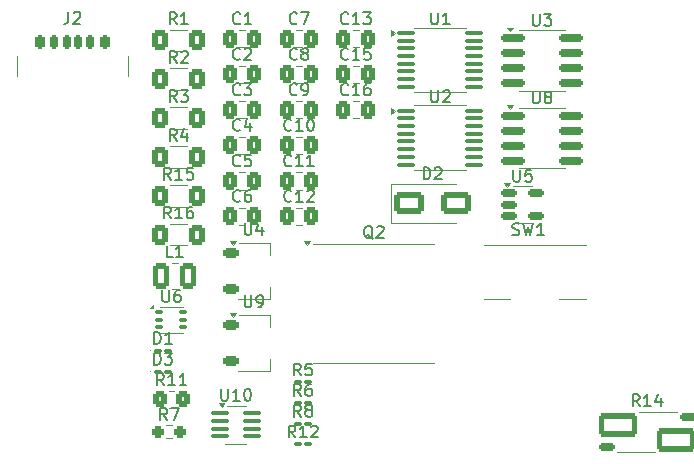
<source format=gbr>
%TF.GenerationSoftware,KiCad,Pcbnew,9.0.0*%
%TF.CreationDate,2025-03-27T10:14:56+02:00*%
%TF.ProjectId,,58585858-5858-4585-9858-585858585858,rev?*%
%TF.SameCoordinates,Original*%
%TF.FileFunction,Legend,Top*%
%TF.FilePolarity,Positive*%
%FSLAX46Y46*%
G04 Gerber Fmt 4.6, Leading zero omitted, Abs format (unit mm)*
G04 Created by KiCad (PCBNEW 9.0.0) date 2025-03-27 10:14:56*
%MOMM*%
%LPD*%
G01*
G04 APERTURE LIST*
G04 Aperture macros list*
%AMRoundRect*
0 Rectangle with rounded corners*
0 $1 Rounding radius*
0 $2 $3 $4 $5 $6 $7 $8 $9 X,Y pos of 4 corners*
0 Add a 4 corners polygon primitive as box body*
4,1,4,$2,$3,$4,$5,$6,$7,$8,$9,$2,$3,0*
0 Add four circle primitives for the rounded corners*
1,1,$1+$1,$2,$3*
1,1,$1+$1,$4,$5*
1,1,$1+$1,$6,$7*
1,1,$1+$1,$8,$9*
0 Add four rect primitives between the rounded corners*
20,1,$1+$1,$2,$3,$4,$5,0*
20,1,$1+$1,$4,$5,$6,$7,0*
20,1,$1+$1,$6,$7,$8,$9,0*
20,1,$1+$1,$8,$9,$2,$3,0*%
%AMFreePoly0*
4,1,9,3.862500,-0.866500,0.737500,-0.866500,0.737500,-0.450000,-0.737500,-0.450000,-0.737500,0.450000,0.737500,0.450000,0.737500,0.866500,3.862500,0.866500,3.862500,-0.866500,3.862500,-0.866500,$1*%
%AMFreePoly1*
4,1,30,0.400000,-4.000000,-0.400000,-4.000000,-2.400000,-4.000000,-2.400000,-3.200000,-0.400000,-3.200000,-0.400000,-2.800000,-2.400000,-2.800000,-2.400000,-2.000000,-0.400000,-2.000000,-0.400000,-1.600000,-2.400000,-1.600000,-2.400000,-0.800000,-0.400000,-0.800000,-0.400000,-0.400000,-2.400000,-0.400000,-2.400000,0.400000,-0.400000,0.400000,-0.400000,0.800000,-2.400000,0.800000,-2.400000,1.600000,
-0.400000,1.600000,-0.400000,2.000000,-2.400000,2.000000,-2.400000,2.800000,-0.400000,2.800000,-0.400000,3.200000,-2.400000,3.200000,-2.400000,4.000000,0.400000,4.000000,0.400000,-4.000000,0.400000,-4.000000,$1*%
%AMFreePoly2*
4,1,13,2.850000,-5.050000,1.450000,-5.050000,1.450000,-4.350000,-1.450000,-4.350000,-1.450000,-4.850000,-5.150000,-4.850000,-5.150000,4.850000,-1.450000,4.850000,-1.450000,4.350000,1.450000,4.350000,1.450000,5.050000,2.850000,5.050000,2.850000,-5.050000,2.850000,-5.050000,$1*%
G04 Aperture macros list end*
%ADD10C,0.150000*%
%ADD11C,0.120000*%
%ADD12C,0.100000*%
%ADD13RoundRect,0.100000X-0.680000X-0.100000X0.680000X-0.100000X0.680000X0.100000X-0.680000X0.100000X0*%
%ADD14RoundRect,0.225000X-0.425000X-0.225000X0.425000X-0.225000X0.425000X0.225000X-0.425000X0.225000X0*%
%ADD15FreePoly0,0.000000*%
%ADD16RoundRect,0.150000X-0.825000X-0.150000X0.825000X-0.150000X0.825000X0.150000X-0.825000X0.150000X0*%
%ADD17R,2.410000X3.300000*%
%ADD18RoundRect,0.075000X-0.247500X-0.075000X0.247500X-0.075000X0.247500X0.075000X-0.247500X0.075000X0*%
%ADD19R,1.010000X1.700000*%
%ADD20RoundRect,0.150000X-0.512500X-0.150000X0.512500X-0.150000X0.512500X0.150000X-0.512500X0.150000X0*%
%ADD21RoundRect,0.100000X-0.637500X-0.100000X0.637500X-0.100000X0.637500X0.100000X-0.637500X0.100000X0*%
%ADD22O,2.200000X3.500000*%
%ADD23R,1.500000X2.500000*%
%ADD24O,1.500000X2.500000*%
%ADD25RoundRect,0.250000X-0.400000X-0.625000X0.400000X-0.625000X0.400000X0.625000X-0.400000X0.625000X0*%
%ADD26RoundRect,0.243600X-1.406400X-0.771400X1.406400X-0.771400X1.406400X0.771400X-1.406400X0.771400X0*%
%ADD27RoundRect,0.190000X-0.510000X-0.190000X0.510000X-0.190000X0.510000X0.190000X-0.510000X0.190000X0*%
%ADD28RoundRect,0.100000X-0.217500X-0.100000X0.217500X-0.100000X0.217500X0.100000X-0.217500X0.100000X0*%
%ADD29RoundRect,0.250000X-0.350000X-0.450000X0.350000X-0.450000X0.350000X0.450000X-0.350000X0.450000X0*%
%ADD30RoundRect,0.237500X-0.250000X-0.237500X0.250000X-0.237500X0.250000X0.237500X-0.250000X0.237500X0*%
%ADD31R,2.800000X0.800000*%
%ADD32FreePoly1,0.000000*%
%ADD33FreePoly2,0.000000*%
%ADD34RoundRect,0.250001X-0.462499X-0.849999X0.462499X-0.849999X0.462499X0.849999X-0.462499X0.849999X0*%
%ADD35RoundRect,0.175000X-0.175000X-0.425000X0.175000X-0.425000X0.175000X0.425000X-0.175000X0.425000X0*%
%ADD36RoundRect,0.190000X0.190000X0.410000X-0.190000X0.410000X-0.190000X-0.410000X0.190000X-0.410000X0*%
%ADD37RoundRect,0.200000X0.200000X0.400000X-0.200000X0.400000X-0.200000X-0.400000X0.200000X-0.400000X0*%
%ADD38RoundRect,0.175000X0.175000X0.425000X-0.175000X0.425000X-0.175000X-0.425000X0.175000X-0.425000X0*%
%ADD39RoundRect,0.190000X-0.190000X-0.410000X0.190000X-0.410000X0.190000X0.410000X-0.190000X0.410000X0*%
%ADD40RoundRect,0.200000X-0.200000X-0.400000X0.200000X-0.400000X0.200000X0.400000X-0.200000X0.400000X0*%
%ADD41O,1.100000X1.700000*%
%ADD42RoundRect,0.250000X-1.000000X-0.650000X1.000000X-0.650000X1.000000X0.650000X-1.000000X0.650000X0*%
%ADD43RoundRect,0.250000X-0.337500X-0.475000X0.337500X-0.475000X0.337500X0.475000X-0.337500X0.475000X0*%
G04 APERTURE END LIST*
D10*
X143911905Y-102474819D02*
X143911905Y-103284342D01*
X143911905Y-103284342D02*
X143959524Y-103379580D01*
X143959524Y-103379580D02*
X144007143Y-103427200D01*
X144007143Y-103427200D02*
X144102381Y-103474819D01*
X144102381Y-103474819D02*
X144292857Y-103474819D01*
X144292857Y-103474819D02*
X144388095Y-103427200D01*
X144388095Y-103427200D02*
X144435714Y-103379580D01*
X144435714Y-103379580D02*
X144483333Y-103284342D01*
X144483333Y-103284342D02*
X144483333Y-102474819D01*
X145483333Y-103474819D02*
X144911905Y-103474819D01*
X145197619Y-103474819D02*
X145197619Y-102474819D01*
X145197619Y-102474819D02*
X145102381Y-102617676D01*
X145102381Y-102617676D02*
X145007143Y-102712914D01*
X145007143Y-102712914D02*
X144911905Y-102760533D01*
X146102381Y-102474819D02*
X146197619Y-102474819D01*
X146197619Y-102474819D02*
X146292857Y-102522438D01*
X146292857Y-102522438D02*
X146340476Y-102570057D01*
X146340476Y-102570057D02*
X146388095Y-102665295D01*
X146388095Y-102665295D02*
X146435714Y-102855771D01*
X146435714Y-102855771D02*
X146435714Y-103093866D01*
X146435714Y-103093866D02*
X146388095Y-103284342D01*
X146388095Y-103284342D02*
X146340476Y-103379580D01*
X146340476Y-103379580D02*
X146292857Y-103427200D01*
X146292857Y-103427200D02*
X146197619Y-103474819D01*
X146197619Y-103474819D02*
X146102381Y-103474819D01*
X146102381Y-103474819D02*
X146007143Y-103427200D01*
X146007143Y-103427200D02*
X145959524Y-103379580D01*
X145959524Y-103379580D02*
X145911905Y-103284342D01*
X145911905Y-103284342D02*
X145864286Y-103093866D01*
X145864286Y-103093866D02*
X145864286Y-102855771D01*
X145864286Y-102855771D02*
X145911905Y-102665295D01*
X145911905Y-102665295D02*
X145959524Y-102570057D01*
X145959524Y-102570057D02*
X146007143Y-102522438D01*
X146007143Y-102522438D02*
X146102381Y-102474819D01*
X145898095Y-94554819D02*
X145898095Y-95364342D01*
X145898095Y-95364342D02*
X145945714Y-95459580D01*
X145945714Y-95459580D02*
X145993333Y-95507200D01*
X145993333Y-95507200D02*
X146088571Y-95554819D01*
X146088571Y-95554819D02*
X146279047Y-95554819D01*
X146279047Y-95554819D02*
X146374285Y-95507200D01*
X146374285Y-95507200D02*
X146421904Y-95459580D01*
X146421904Y-95459580D02*
X146469523Y-95364342D01*
X146469523Y-95364342D02*
X146469523Y-94554819D01*
X146993333Y-95554819D02*
X147183809Y-95554819D01*
X147183809Y-95554819D02*
X147279047Y-95507200D01*
X147279047Y-95507200D02*
X147326666Y-95459580D01*
X147326666Y-95459580D02*
X147421904Y-95316723D01*
X147421904Y-95316723D02*
X147469523Y-95126247D01*
X147469523Y-95126247D02*
X147469523Y-94745295D01*
X147469523Y-94745295D02*
X147421904Y-94650057D01*
X147421904Y-94650057D02*
X147374285Y-94602438D01*
X147374285Y-94602438D02*
X147279047Y-94554819D01*
X147279047Y-94554819D02*
X147088571Y-94554819D01*
X147088571Y-94554819D02*
X146993333Y-94602438D01*
X146993333Y-94602438D02*
X146945714Y-94650057D01*
X146945714Y-94650057D02*
X146898095Y-94745295D01*
X146898095Y-94745295D02*
X146898095Y-94983390D01*
X146898095Y-94983390D02*
X146945714Y-95078628D01*
X146945714Y-95078628D02*
X146993333Y-95126247D01*
X146993333Y-95126247D02*
X147088571Y-95173866D01*
X147088571Y-95173866D02*
X147279047Y-95173866D01*
X147279047Y-95173866D02*
X147374285Y-95126247D01*
X147374285Y-95126247D02*
X147421904Y-95078628D01*
X147421904Y-95078628D02*
X147469523Y-94983390D01*
X170298095Y-77304819D02*
X170298095Y-78114342D01*
X170298095Y-78114342D02*
X170345714Y-78209580D01*
X170345714Y-78209580D02*
X170393333Y-78257200D01*
X170393333Y-78257200D02*
X170488571Y-78304819D01*
X170488571Y-78304819D02*
X170679047Y-78304819D01*
X170679047Y-78304819D02*
X170774285Y-78257200D01*
X170774285Y-78257200D02*
X170821904Y-78209580D01*
X170821904Y-78209580D02*
X170869523Y-78114342D01*
X170869523Y-78114342D02*
X170869523Y-77304819D01*
X171488571Y-77733390D02*
X171393333Y-77685771D01*
X171393333Y-77685771D02*
X171345714Y-77638152D01*
X171345714Y-77638152D02*
X171298095Y-77542914D01*
X171298095Y-77542914D02*
X171298095Y-77495295D01*
X171298095Y-77495295D02*
X171345714Y-77400057D01*
X171345714Y-77400057D02*
X171393333Y-77352438D01*
X171393333Y-77352438D02*
X171488571Y-77304819D01*
X171488571Y-77304819D02*
X171679047Y-77304819D01*
X171679047Y-77304819D02*
X171774285Y-77352438D01*
X171774285Y-77352438D02*
X171821904Y-77400057D01*
X171821904Y-77400057D02*
X171869523Y-77495295D01*
X171869523Y-77495295D02*
X171869523Y-77542914D01*
X171869523Y-77542914D02*
X171821904Y-77638152D01*
X171821904Y-77638152D02*
X171774285Y-77685771D01*
X171774285Y-77685771D02*
X171679047Y-77733390D01*
X171679047Y-77733390D02*
X171488571Y-77733390D01*
X171488571Y-77733390D02*
X171393333Y-77781009D01*
X171393333Y-77781009D02*
X171345714Y-77828628D01*
X171345714Y-77828628D02*
X171298095Y-77923866D01*
X171298095Y-77923866D02*
X171298095Y-78114342D01*
X171298095Y-78114342D02*
X171345714Y-78209580D01*
X171345714Y-78209580D02*
X171393333Y-78257200D01*
X171393333Y-78257200D02*
X171488571Y-78304819D01*
X171488571Y-78304819D02*
X171679047Y-78304819D01*
X171679047Y-78304819D02*
X171774285Y-78257200D01*
X171774285Y-78257200D02*
X171821904Y-78209580D01*
X171821904Y-78209580D02*
X171869523Y-78114342D01*
X171869523Y-78114342D02*
X171869523Y-77923866D01*
X171869523Y-77923866D02*
X171821904Y-77828628D01*
X171821904Y-77828628D02*
X171774285Y-77781009D01*
X171774285Y-77781009D02*
X171679047Y-77733390D01*
X138933095Y-94119819D02*
X138933095Y-94929342D01*
X138933095Y-94929342D02*
X138980714Y-95024580D01*
X138980714Y-95024580D02*
X139028333Y-95072200D01*
X139028333Y-95072200D02*
X139123571Y-95119819D01*
X139123571Y-95119819D02*
X139314047Y-95119819D01*
X139314047Y-95119819D02*
X139409285Y-95072200D01*
X139409285Y-95072200D02*
X139456904Y-95024580D01*
X139456904Y-95024580D02*
X139504523Y-94929342D01*
X139504523Y-94929342D02*
X139504523Y-94119819D01*
X140409285Y-94119819D02*
X140218809Y-94119819D01*
X140218809Y-94119819D02*
X140123571Y-94167438D01*
X140123571Y-94167438D02*
X140075952Y-94215057D01*
X140075952Y-94215057D02*
X139980714Y-94357914D01*
X139980714Y-94357914D02*
X139933095Y-94548390D01*
X139933095Y-94548390D02*
X139933095Y-94929342D01*
X139933095Y-94929342D02*
X139980714Y-95024580D01*
X139980714Y-95024580D02*
X140028333Y-95072200D01*
X140028333Y-95072200D02*
X140123571Y-95119819D01*
X140123571Y-95119819D02*
X140314047Y-95119819D01*
X140314047Y-95119819D02*
X140409285Y-95072200D01*
X140409285Y-95072200D02*
X140456904Y-95024580D01*
X140456904Y-95024580D02*
X140504523Y-94929342D01*
X140504523Y-94929342D02*
X140504523Y-94691247D01*
X140504523Y-94691247D02*
X140456904Y-94596009D01*
X140456904Y-94596009D02*
X140409285Y-94548390D01*
X140409285Y-94548390D02*
X140314047Y-94500771D01*
X140314047Y-94500771D02*
X140123571Y-94500771D01*
X140123571Y-94500771D02*
X140028333Y-94548390D01*
X140028333Y-94548390D02*
X139980714Y-94596009D01*
X139980714Y-94596009D02*
X139933095Y-94691247D01*
X168648095Y-83929819D02*
X168648095Y-84739342D01*
X168648095Y-84739342D02*
X168695714Y-84834580D01*
X168695714Y-84834580D02*
X168743333Y-84882200D01*
X168743333Y-84882200D02*
X168838571Y-84929819D01*
X168838571Y-84929819D02*
X169029047Y-84929819D01*
X169029047Y-84929819D02*
X169124285Y-84882200D01*
X169124285Y-84882200D02*
X169171904Y-84834580D01*
X169171904Y-84834580D02*
X169219523Y-84739342D01*
X169219523Y-84739342D02*
X169219523Y-83929819D01*
X170171904Y-83929819D02*
X169695714Y-83929819D01*
X169695714Y-83929819D02*
X169648095Y-84406009D01*
X169648095Y-84406009D02*
X169695714Y-84358390D01*
X169695714Y-84358390D02*
X169790952Y-84310771D01*
X169790952Y-84310771D02*
X170029047Y-84310771D01*
X170029047Y-84310771D02*
X170124285Y-84358390D01*
X170124285Y-84358390D02*
X170171904Y-84406009D01*
X170171904Y-84406009D02*
X170219523Y-84501247D01*
X170219523Y-84501247D02*
X170219523Y-84739342D01*
X170219523Y-84739342D02*
X170171904Y-84834580D01*
X170171904Y-84834580D02*
X170124285Y-84882200D01*
X170124285Y-84882200D02*
X170029047Y-84929819D01*
X170029047Y-84929819D02*
X169790952Y-84929819D01*
X169790952Y-84929819D02*
X169695714Y-84882200D01*
X169695714Y-84882200D02*
X169648095Y-84834580D01*
X145898095Y-88429819D02*
X145898095Y-89239342D01*
X145898095Y-89239342D02*
X145945714Y-89334580D01*
X145945714Y-89334580D02*
X145993333Y-89382200D01*
X145993333Y-89382200D02*
X146088571Y-89429819D01*
X146088571Y-89429819D02*
X146279047Y-89429819D01*
X146279047Y-89429819D02*
X146374285Y-89382200D01*
X146374285Y-89382200D02*
X146421904Y-89334580D01*
X146421904Y-89334580D02*
X146469523Y-89239342D01*
X146469523Y-89239342D02*
X146469523Y-88429819D01*
X147374285Y-88763152D02*
X147374285Y-89429819D01*
X147136190Y-88382200D02*
X146898095Y-89096485D01*
X146898095Y-89096485D02*
X147517142Y-89096485D01*
X170298095Y-70724819D02*
X170298095Y-71534342D01*
X170298095Y-71534342D02*
X170345714Y-71629580D01*
X170345714Y-71629580D02*
X170393333Y-71677200D01*
X170393333Y-71677200D02*
X170488571Y-71724819D01*
X170488571Y-71724819D02*
X170679047Y-71724819D01*
X170679047Y-71724819D02*
X170774285Y-71677200D01*
X170774285Y-71677200D02*
X170821904Y-71629580D01*
X170821904Y-71629580D02*
X170869523Y-71534342D01*
X170869523Y-71534342D02*
X170869523Y-70724819D01*
X171250476Y-70724819D02*
X171869523Y-70724819D01*
X171869523Y-70724819D02*
X171536190Y-71105771D01*
X171536190Y-71105771D02*
X171679047Y-71105771D01*
X171679047Y-71105771D02*
X171774285Y-71153390D01*
X171774285Y-71153390D02*
X171821904Y-71201009D01*
X171821904Y-71201009D02*
X171869523Y-71296247D01*
X171869523Y-71296247D02*
X171869523Y-71534342D01*
X171869523Y-71534342D02*
X171821904Y-71629580D01*
X171821904Y-71629580D02*
X171774285Y-71677200D01*
X171774285Y-71677200D02*
X171679047Y-71724819D01*
X171679047Y-71724819D02*
X171393333Y-71724819D01*
X171393333Y-71724819D02*
X171298095Y-71677200D01*
X171298095Y-71677200D02*
X171250476Y-71629580D01*
X161703095Y-77204819D02*
X161703095Y-78014342D01*
X161703095Y-78014342D02*
X161750714Y-78109580D01*
X161750714Y-78109580D02*
X161798333Y-78157200D01*
X161798333Y-78157200D02*
X161893571Y-78204819D01*
X161893571Y-78204819D02*
X162084047Y-78204819D01*
X162084047Y-78204819D02*
X162179285Y-78157200D01*
X162179285Y-78157200D02*
X162226904Y-78109580D01*
X162226904Y-78109580D02*
X162274523Y-78014342D01*
X162274523Y-78014342D02*
X162274523Y-77204819D01*
X162703095Y-77300057D02*
X162750714Y-77252438D01*
X162750714Y-77252438D02*
X162845952Y-77204819D01*
X162845952Y-77204819D02*
X163084047Y-77204819D01*
X163084047Y-77204819D02*
X163179285Y-77252438D01*
X163179285Y-77252438D02*
X163226904Y-77300057D01*
X163226904Y-77300057D02*
X163274523Y-77395295D01*
X163274523Y-77395295D02*
X163274523Y-77490533D01*
X163274523Y-77490533D02*
X163226904Y-77633390D01*
X163226904Y-77633390D02*
X162655476Y-78204819D01*
X162655476Y-78204819D02*
X163274523Y-78204819D01*
X161703095Y-70614819D02*
X161703095Y-71424342D01*
X161703095Y-71424342D02*
X161750714Y-71519580D01*
X161750714Y-71519580D02*
X161798333Y-71567200D01*
X161798333Y-71567200D02*
X161893571Y-71614819D01*
X161893571Y-71614819D02*
X162084047Y-71614819D01*
X162084047Y-71614819D02*
X162179285Y-71567200D01*
X162179285Y-71567200D02*
X162226904Y-71519580D01*
X162226904Y-71519580D02*
X162274523Y-71424342D01*
X162274523Y-71424342D02*
X162274523Y-70614819D01*
X163274523Y-71614819D02*
X162703095Y-71614819D01*
X162988809Y-71614819D02*
X162988809Y-70614819D01*
X162988809Y-70614819D02*
X162893571Y-70757676D01*
X162893571Y-70757676D02*
X162798333Y-70852914D01*
X162798333Y-70852914D02*
X162703095Y-70900533D01*
X168576667Y-89407200D02*
X168719524Y-89454819D01*
X168719524Y-89454819D02*
X168957619Y-89454819D01*
X168957619Y-89454819D02*
X169052857Y-89407200D01*
X169052857Y-89407200D02*
X169100476Y-89359580D01*
X169100476Y-89359580D02*
X169148095Y-89264342D01*
X169148095Y-89264342D02*
X169148095Y-89169104D01*
X169148095Y-89169104D02*
X169100476Y-89073866D01*
X169100476Y-89073866D02*
X169052857Y-89026247D01*
X169052857Y-89026247D02*
X168957619Y-88978628D01*
X168957619Y-88978628D02*
X168767143Y-88931009D01*
X168767143Y-88931009D02*
X168671905Y-88883390D01*
X168671905Y-88883390D02*
X168624286Y-88835771D01*
X168624286Y-88835771D02*
X168576667Y-88740533D01*
X168576667Y-88740533D02*
X168576667Y-88645295D01*
X168576667Y-88645295D02*
X168624286Y-88550057D01*
X168624286Y-88550057D02*
X168671905Y-88502438D01*
X168671905Y-88502438D02*
X168767143Y-88454819D01*
X168767143Y-88454819D02*
X169005238Y-88454819D01*
X169005238Y-88454819D02*
X169148095Y-88502438D01*
X169481429Y-88454819D02*
X169719524Y-89454819D01*
X169719524Y-89454819D02*
X169910000Y-88740533D01*
X169910000Y-88740533D02*
X170100476Y-89454819D01*
X170100476Y-89454819D02*
X170338572Y-88454819D01*
X171243333Y-89454819D02*
X170671905Y-89454819D01*
X170957619Y-89454819D02*
X170957619Y-88454819D01*
X170957619Y-88454819D02*
X170862381Y-88597676D01*
X170862381Y-88597676D02*
X170767143Y-88692914D01*
X170767143Y-88692914D02*
X170671905Y-88740533D01*
X139667142Y-88044819D02*
X139333809Y-87568628D01*
X139095714Y-88044819D02*
X139095714Y-87044819D01*
X139095714Y-87044819D02*
X139476666Y-87044819D01*
X139476666Y-87044819D02*
X139571904Y-87092438D01*
X139571904Y-87092438D02*
X139619523Y-87140057D01*
X139619523Y-87140057D02*
X139667142Y-87235295D01*
X139667142Y-87235295D02*
X139667142Y-87378152D01*
X139667142Y-87378152D02*
X139619523Y-87473390D01*
X139619523Y-87473390D02*
X139571904Y-87521009D01*
X139571904Y-87521009D02*
X139476666Y-87568628D01*
X139476666Y-87568628D02*
X139095714Y-87568628D01*
X140619523Y-88044819D02*
X140048095Y-88044819D01*
X140333809Y-88044819D02*
X140333809Y-87044819D01*
X140333809Y-87044819D02*
X140238571Y-87187676D01*
X140238571Y-87187676D02*
X140143333Y-87282914D01*
X140143333Y-87282914D02*
X140048095Y-87330533D01*
X141476666Y-87044819D02*
X141286190Y-87044819D01*
X141286190Y-87044819D02*
X141190952Y-87092438D01*
X141190952Y-87092438D02*
X141143333Y-87140057D01*
X141143333Y-87140057D02*
X141048095Y-87282914D01*
X141048095Y-87282914D02*
X141000476Y-87473390D01*
X141000476Y-87473390D02*
X141000476Y-87854342D01*
X141000476Y-87854342D02*
X141048095Y-87949580D01*
X141048095Y-87949580D02*
X141095714Y-87997200D01*
X141095714Y-87997200D02*
X141190952Y-88044819D01*
X141190952Y-88044819D02*
X141381428Y-88044819D01*
X141381428Y-88044819D02*
X141476666Y-87997200D01*
X141476666Y-87997200D02*
X141524285Y-87949580D01*
X141524285Y-87949580D02*
X141571904Y-87854342D01*
X141571904Y-87854342D02*
X141571904Y-87616247D01*
X141571904Y-87616247D02*
X141524285Y-87521009D01*
X141524285Y-87521009D02*
X141476666Y-87473390D01*
X141476666Y-87473390D02*
X141381428Y-87425771D01*
X141381428Y-87425771D02*
X141190952Y-87425771D01*
X141190952Y-87425771D02*
X141095714Y-87473390D01*
X141095714Y-87473390D02*
X141048095Y-87521009D01*
X141048095Y-87521009D02*
X141000476Y-87616247D01*
X139667142Y-84754819D02*
X139333809Y-84278628D01*
X139095714Y-84754819D02*
X139095714Y-83754819D01*
X139095714Y-83754819D02*
X139476666Y-83754819D01*
X139476666Y-83754819D02*
X139571904Y-83802438D01*
X139571904Y-83802438D02*
X139619523Y-83850057D01*
X139619523Y-83850057D02*
X139667142Y-83945295D01*
X139667142Y-83945295D02*
X139667142Y-84088152D01*
X139667142Y-84088152D02*
X139619523Y-84183390D01*
X139619523Y-84183390D02*
X139571904Y-84231009D01*
X139571904Y-84231009D02*
X139476666Y-84278628D01*
X139476666Y-84278628D02*
X139095714Y-84278628D01*
X140619523Y-84754819D02*
X140048095Y-84754819D01*
X140333809Y-84754819D02*
X140333809Y-83754819D01*
X140333809Y-83754819D02*
X140238571Y-83897676D01*
X140238571Y-83897676D02*
X140143333Y-83992914D01*
X140143333Y-83992914D02*
X140048095Y-84040533D01*
X141524285Y-83754819D02*
X141048095Y-83754819D01*
X141048095Y-83754819D02*
X141000476Y-84231009D01*
X141000476Y-84231009D02*
X141048095Y-84183390D01*
X141048095Y-84183390D02*
X141143333Y-84135771D01*
X141143333Y-84135771D02*
X141381428Y-84135771D01*
X141381428Y-84135771D02*
X141476666Y-84183390D01*
X141476666Y-84183390D02*
X141524285Y-84231009D01*
X141524285Y-84231009D02*
X141571904Y-84326247D01*
X141571904Y-84326247D02*
X141571904Y-84564342D01*
X141571904Y-84564342D02*
X141524285Y-84659580D01*
X141524285Y-84659580D02*
X141476666Y-84707200D01*
X141476666Y-84707200D02*
X141381428Y-84754819D01*
X141381428Y-84754819D02*
X141143333Y-84754819D01*
X141143333Y-84754819D02*
X141048095Y-84707200D01*
X141048095Y-84707200D02*
X141000476Y-84659580D01*
X179337142Y-103939819D02*
X179003809Y-103463628D01*
X178765714Y-103939819D02*
X178765714Y-102939819D01*
X178765714Y-102939819D02*
X179146666Y-102939819D01*
X179146666Y-102939819D02*
X179241904Y-102987438D01*
X179241904Y-102987438D02*
X179289523Y-103035057D01*
X179289523Y-103035057D02*
X179337142Y-103130295D01*
X179337142Y-103130295D02*
X179337142Y-103273152D01*
X179337142Y-103273152D02*
X179289523Y-103368390D01*
X179289523Y-103368390D02*
X179241904Y-103416009D01*
X179241904Y-103416009D02*
X179146666Y-103463628D01*
X179146666Y-103463628D02*
X178765714Y-103463628D01*
X180289523Y-103939819D02*
X179718095Y-103939819D01*
X180003809Y-103939819D02*
X180003809Y-102939819D01*
X180003809Y-102939819D02*
X179908571Y-103082676D01*
X179908571Y-103082676D02*
X179813333Y-103177914D01*
X179813333Y-103177914D02*
X179718095Y-103225533D01*
X181146666Y-103273152D02*
X181146666Y-103939819D01*
X180908571Y-102892200D02*
X180670476Y-103606485D01*
X180670476Y-103606485D02*
X181289523Y-103606485D01*
X150197142Y-106574819D02*
X149863809Y-106098628D01*
X149625714Y-106574819D02*
X149625714Y-105574819D01*
X149625714Y-105574819D02*
X150006666Y-105574819D01*
X150006666Y-105574819D02*
X150101904Y-105622438D01*
X150101904Y-105622438D02*
X150149523Y-105670057D01*
X150149523Y-105670057D02*
X150197142Y-105765295D01*
X150197142Y-105765295D02*
X150197142Y-105908152D01*
X150197142Y-105908152D02*
X150149523Y-106003390D01*
X150149523Y-106003390D02*
X150101904Y-106051009D01*
X150101904Y-106051009D02*
X150006666Y-106098628D01*
X150006666Y-106098628D02*
X149625714Y-106098628D01*
X151149523Y-106574819D02*
X150578095Y-106574819D01*
X150863809Y-106574819D02*
X150863809Y-105574819D01*
X150863809Y-105574819D02*
X150768571Y-105717676D01*
X150768571Y-105717676D02*
X150673333Y-105812914D01*
X150673333Y-105812914D02*
X150578095Y-105860533D01*
X151530476Y-105670057D02*
X151578095Y-105622438D01*
X151578095Y-105622438D02*
X151673333Y-105574819D01*
X151673333Y-105574819D02*
X151911428Y-105574819D01*
X151911428Y-105574819D02*
X152006666Y-105622438D01*
X152006666Y-105622438D02*
X152054285Y-105670057D01*
X152054285Y-105670057D02*
X152101904Y-105765295D01*
X152101904Y-105765295D02*
X152101904Y-105860533D01*
X152101904Y-105860533D02*
X152054285Y-106003390D01*
X152054285Y-106003390D02*
X151482857Y-106574819D01*
X151482857Y-106574819D02*
X152101904Y-106574819D01*
X139067142Y-102164819D02*
X138733809Y-101688628D01*
X138495714Y-102164819D02*
X138495714Y-101164819D01*
X138495714Y-101164819D02*
X138876666Y-101164819D01*
X138876666Y-101164819D02*
X138971904Y-101212438D01*
X138971904Y-101212438D02*
X139019523Y-101260057D01*
X139019523Y-101260057D02*
X139067142Y-101355295D01*
X139067142Y-101355295D02*
X139067142Y-101498152D01*
X139067142Y-101498152D02*
X139019523Y-101593390D01*
X139019523Y-101593390D02*
X138971904Y-101641009D01*
X138971904Y-101641009D02*
X138876666Y-101688628D01*
X138876666Y-101688628D02*
X138495714Y-101688628D01*
X140019523Y-102164819D02*
X139448095Y-102164819D01*
X139733809Y-102164819D02*
X139733809Y-101164819D01*
X139733809Y-101164819D02*
X139638571Y-101307676D01*
X139638571Y-101307676D02*
X139543333Y-101402914D01*
X139543333Y-101402914D02*
X139448095Y-101450533D01*
X140971904Y-102164819D02*
X140400476Y-102164819D01*
X140686190Y-102164819D02*
X140686190Y-101164819D01*
X140686190Y-101164819D02*
X140590952Y-101307676D01*
X140590952Y-101307676D02*
X140495714Y-101402914D01*
X140495714Y-101402914D02*
X140400476Y-101450533D01*
X150673333Y-104824819D02*
X150340000Y-104348628D01*
X150101905Y-104824819D02*
X150101905Y-103824819D01*
X150101905Y-103824819D02*
X150482857Y-103824819D01*
X150482857Y-103824819D02*
X150578095Y-103872438D01*
X150578095Y-103872438D02*
X150625714Y-103920057D01*
X150625714Y-103920057D02*
X150673333Y-104015295D01*
X150673333Y-104015295D02*
X150673333Y-104158152D01*
X150673333Y-104158152D02*
X150625714Y-104253390D01*
X150625714Y-104253390D02*
X150578095Y-104301009D01*
X150578095Y-104301009D02*
X150482857Y-104348628D01*
X150482857Y-104348628D02*
X150101905Y-104348628D01*
X151244762Y-104253390D02*
X151149524Y-104205771D01*
X151149524Y-104205771D02*
X151101905Y-104158152D01*
X151101905Y-104158152D02*
X151054286Y-104062914D01*
X151054286Y-104062914D02*
X151054286Y-104015295D01*
X151054286Y-104015295D02*
X151101905Y-103920057D01*
X151101905Y-103920057D02*
X151149524Y-103872438D01*
X151149524Y-103872438D02*
X151244762Y-103824819D01*
X151244762Y-103824819D02*
X151435238Y-103824819D01*
X151435238Y-103824819D02*
X151530476Y-103872438D01*
X151530476Y-103872438D02*
X151578095Y-103920057D01*
X151578095Y-103920057D02*
X151625714Y-104015295D01*
X151625714Y-104015295D02*
X151625714Y-104062914D01*
X151625714Y-104062914D02*
X151578095Y-104158152D01*
X151578095Y-104158152D02*
X151530476Y-104205771D01*
X151530476Y-104205771D02*
X151435238Y-104253390D01*
X151435238Y-104253390D02*
X151244762Y-104253390D01*
X151244762Y-104253390D02*
X151149524Y-104301009D01*
X151149524Y-104301009D02*
X151101905Y-104348628D01*
X151101905Y-104348628D02*
X151054286Y-104443866D01*
X151054286Y-104443866D02*
X151054286Y-104634342D01*
X151054286Y-104634342D02*
X151101905Y-104729580D01*
X151101905Y-104729580D02*
X151149524Y-104777200D01*
X151149524Y-104777200D02*
X151244762Y-104824819D01*
X151244762Y-104824819D02*
X151435238Y-104824819D01*
X151435238Y-104824819D02*
X151530476Y-104777200D01*
X151530476Y-104777200D02*
X151578095Y-104729580D01*
X151578095Y-104729580D02*
X151625714Y-104634342D01*
X151625714Y-104634342D02*
X151625714Y-104443866D01*
X151625714Y-104443866D02*
X151578095Y-104348628D01*
X151578095Y-104348628D02*
X151530476Y-104301009D01*
X151530476Y-104301009D02*
X151435238Y-104253390D01*
X139343333Y-105114819D02*
X139010000Y-104638628D01*
X138771905Y-105114819D02*
X138771905Y-104114819D01*
X138771905Y-104114819D02*
X139152857Y-104114819D01*
X139152857Y-104114819D02*
X139248095Y-104162438D01*
X139248095Y-104162438D02*
X139295714Y-104210057D01*
X139295714Y-104210057D02*
X139343333Y-104305295D01*
X139343333Y-104305295D02*
X139343333Y-104448152D01*
X139343333Y-104448152D02*
X139295714Y-104543390D01*
X139295714Y-104543390D02*
X139248095Y-104591009D01*
X139248095Y-104591009D02*
X139152857Y-104638628D01*
X139152857Y-104638628D02*
X138771905Y-104638628D01*
X139676667Y-104114819D02*
X140343333Y-104114819D01*
X140343333Y-104114819D02*
X139914762Y-105114819D01*
X150673333Y-103074819D02*
X150340000Y-102598628D01*
X150101905Y-103074819D02*
X150101905Y-102074819D01*
X150101905Y-102074819D02*
X150482857Y-102074819D01*
X150482857Y-102074819D02*
X150578095Y-102122438D01*
X150578095Y-102122438D02*
X150625714Y-102170057D01*
X150625714Y-102170057D02*
X150673333Y-102265295D01*
X150673333Y-102265295D02*
X150673333Y-102408152D01*
X150673333Y-102408152D02*
X150625714Y-102503390D01*
X150625714Y-102503390D02*
X150578095Y-102551009D01*
X150578095Y-102551009D02*
X150482857Y-102598628D01*
X150482857Y-102598628D02*
X150101905Y-102598628D01*
X151530476Y-102074819D02*
X151340000Y-102074819D01*
X151340000Y-102074819D02*
X151244762Y-102122438D01*
X151244762Y-102122438D02*
X151197143Y-102170057D01*
X151197143Y-102170057D02*
X151101905Y-102312914D01*
X151101905Y-102312914D02*
X151054286Y-102503390D01*
X151054286Y-102503390D02*
X151054286Y-102884342D01*
X151054286Y-102884342D02*
X151101905Y-102979580D01*
X151101905Y-102979580D02*
X151149524Y-103027200D01*
X151149524Y-103027200D02*
X151244762Y-103074819D01*
X151244762Y-103074819D02*
X151435238Y-103074819D01*
X151435238Y-103074819D02*
X151530476Y-103027200D01*
X151530476Y-103027200D02*
X151578095Y-102979580D01*
X151578095Y-102979580D02*
X151625714Y-102884342D01*
X151625714Y-102884342D02*
X151625714Y-102646247D01*
X151625714Y-102646247D02*
X151578095Y-102551009D01*
X151578095Y-102551009D02*
X151530476Y-102503390D01*
X151530476Y-102503390D02*
X151435238Y-102455771D01*
X151435238Y-102455771D02*
X151244762Y-102455771D01*
X151244762Y-102455771D02*
X151149524Y-102503390D01*
X151149524Y-102503390D02*
X151101905Y-102551009D01*
X151101905Y-102551009D02*
X151054286Y-102646247D01*
X150673333Y-101324819D02*
X150340000Y-100848628D01*
X150101905Y-101324819D02*
X150101905Y-100324819D01*
X150101905Y-100324819D02*
X150482857Y-100324819D01*
X150482857Y-100324819D02*
X150578095Y-100372438D01*
X150578095Y-100372438D02*
X150625714Y-100420057D01*
X150625714Y-100420057D02*
X150673333Y-100515295D01*
X150673333Y-100515295D02*
X150673333Y-100658152D01*
X150673333Y-100658152D02*
X150625714Y-100753390D01*
X150625714Y-100753390D02*
X150578095Y-100801009D01*
X150578095Y-100801009D02*
X150482857Y-100848628D01*
X150482857Y-100848628D02*
X150101905Y-100848628D01*
X151578095Y-100324819D02*
X151101905Y-100324819D01*
X151101905Y-100324819D02*
X151054286Y-100801009D01*
X151054286Y-100801009D02*
X151101905Y-100753390D01*
X151101905Y-100753390D02*
X151197143Y-100705771D01*
X151197143Y-100705771D02*
X151435238Y-100705771D01*
X151435238Y-100705771D02*
X151530476Y-100753390D01*
X151530476Y-100753390D02*
X151578095Y-100801009D01*
X151578095Y-100801009D02*
X151625714Y-100896247D01*
X151625714Y-100896247D02*
X151625714Y-101134342D01*
X151625714Y-101134342D02*
X151578095Y-101229580D01*
X151578095Y-101229580D02*
X151530476Y-101277200D01*
X151530476Y-101277200D02*
X151435238Y-101324819D01*
X151435238Y-101324819D02*
X151197143Y-101324819D01*
X151197143Y-101324819D02*
X151101905Y-101277200D01*
X151101905Y-101277200D02*
X151054286Y-101229580D01*
X140143333Y-81464819D02*
X139810000Y-80988628D01*
X139571905Y-81464819D02*
X139571905Y-80464819D01*
X139571905Y-80464819D02*
X139952857Y-80464819D01*
X139952857Y-80464819D02*
X140048095Y-80512438D01*
X140048095Y-80512438D02*
X140095714Y-80560057D01*
X140095714Y-80560057D02*
X140143333Y-80655295D01*
X140143333Y-80655295D02*
X140143333Y-80798152D01*
X140143333Y-80798152D02*
X140095714Y-80893390D01*
X140095714Y-80893390D02*
X140048095Y-80941009D01*
X140048095Y-80941009D02*
X139952857Y-80988628D01*
X139952857Y-80988628D02*
X139571905Y-80988628D01*
X141000476Y-80798152D02*
X141000476Y-81464819D01*
X140762381Y-80417200D02*
X140524286Y-81131485D01*
X140524286Y-81131485D02*
X141143333Y-81131485D01*
X140143333Y-78174819D02*
X139810000Y-77698628D01*
X139571905Y-78174819D02*
X139571905Y-77174819D01*
X139571905Y-77174819D02*
X139952857Y-77174819D01*
X139952857Y-77174819D02*
X140048095Y-77222438D01*
X140048095Y-77222438D02*
X140095714Y-77270057D01*
X140095714Y-77270057D02*
X140143333Y-77365295D01*
X140143333Y-77365295D02*
X140143333Y-77508152D01*
X140143333Y-77508152D02*
X140095714Y-77603390D01*
X140095714Y-77603390D02*
X140048095Y-77651009D01*
X140048095Y-77651009D02*
X139952857Y-77698628D01*
X139952857Y-77698628D02*
X139571905Y-77698628D01*
X140476667Y-77174819D02*
X141095714Y-77174819D01*
X141095714Y-77174819D02*
X140762381Y-77555771D01*
X140762381Y-77555771D02*
X140905238Y-77555771D01*
X140905238Y-77555771D02*
X141000476Y-77603390D01*
X141000476Y-77603390D02*
X141048095Y-77651009D01*
X141048095Y-77651009D02*
X141095714Y-77746247D01*
X141095714Y-77746247D02*
X141095714Y-77984342D01*
X141095714Y-77984342D02*
X141048095Y-78079580D01*
X141048095Y-78079580D02*
X141000476Y-78127200D01*
X141000476Y-78127200D02*
X140905238Y-78174819D01*
X140905238Y-78174819D02*
X140619524Y-78174819D01*
X140619524Y-78174819D02*
X140524286Y-78127200D01*
X140524286Y-78127200D02*
X140476667Y-78079580D01*
X140143333Y-74884819D02*
X139810000Y-74408628D01*
X139571905Y-74884819D02*
X139571905Y-73884819D01*
X139571905Y-73884819D02*
X139952857Y-73884819D01*
X139952857Y-73884819D02*
X140048095Y-73932438D01*
X140048095Y-73932438D02*
X140095714Y-73980057D01*
X140095714Y-73980057D02*
X140143333Y-74075295D01*
X140143333Y-74075295D02*
X140143333Y-74218152D01*
X140143333Y-74218152D02*
X140095714Y-74313390D01*
X140095714Y-74313390D02*
X140048095Y-74361009D01*
X140048095Y-74361009D02*
X139952857Y-74408628D01*
X139952857Y-74408628D02*
X139571905Y-74408628D01*
X140524286Y-73980057D02*
X140571905Y-73932438D01*
X140571905Y-73932438D02*
X140667143Y-73884819D01*
X140667143Y-73884819D02*
X140905238Y-73884819D01*
X140905238Y-73884819D02*
X141000476Y-73932438D01*
X141000476Y-73932438D02*
X141048095Y-73980057D01*
X141048095Y-73980057D02*
X141095714Y-74075295D01*
X141095714Y-74075295D02*
X141095714Y-74170533D01*
X141095714Y-74170533D02*
X141048095Y-74313390D01*
X141048095Y-74313390D02*
X140476667Y-74884819D01*
X140476667Y-74884819D02*
X141095714Y-74884819D01*
X140143333Y-71594819D02*
X139810000Y-71118628D01*
X139571905Y-71594819D02*
X139571905Y-70594819D01*
X139571905Y-70594819D02*
X139952857Y-70594819D01*
X139952857Y-70594819D02*
X140048095Y-70642438D01*
X140048095Y-70642438D02*
X140095714Y-70690057D01*
X140095714Y-70690057D02*
X140143333Y-70785295D01*
X140143333Y-70785295D02*
X140143333Y-70928152D01*
X140143333Y-70928152D02*
X140095714Y-71023390D01*
X140095714Y-71023390D02*
X140048095Y-71071009D01*
X140048095Y-71071009D02*
X139952857Y-71118628D01*
X139952857Y-71118628D02*
X139571905Y-71118628D01*
X141095714Y-71594819D02*
X140524286Y-71594819D01*
X140810000Y-71594819D02*
X140810000Y-70594819D01*
X140810000Y-70594819D02*
X140714762Y-70737676D01*
X140714762Y-70737676D02*
X140619524Y-70832914D01*
X140619524Y-70832914D02*
X140524286Y-70880533D01*
X156764761Y-89775057D02*
X156669523Y-89727438D01*
X156669523Y-89727438D02*
X156574285Y-89632200D01*
X156574285Y-89632200D02*
X156431428Y-89489342D01*
X156431428Y-89489342D02*
X156336190Y-89441723D01*
X156336190Y-89441723D02*
X156240952Y-89441723D01*
X156288571Y-89679819D02*
X156193333Y-89632200D01*
X156193333Y-89632200D02*
X156098095Y-89536961D01*
X156098095Y-89536961D02*
X156050476Y-89346485D01*
X156050476Y-89346485D02*
X156050476Y-89013152D01*
X156050476Y-89013152D02*
X156098095Y-88822676D01*
X156098095Y-88822676D02*
X156193333Y-88727438D01*
X156193333Y-88727438D02*
X156288571Y-88679819D01*
X156288571Y-88679819D02*
X156479047Y-88679819D01*
X156479047Y-88679819D02*
X156574285Y-88727438D01*
X156574285Y-88727438D02*
X156669523Y-88822676D01*
X156669523Y-88822676D02*
X156717142Y-89013152D01*
X156717142Y-89013152D02*
X156717142Y-89346485D01*
X156717142Y-89346485D02*
X156669523Y-89536961D01*
X156669523Y-89536961D02*
X156574285Y-89632200D01*
X156574285Y-89632200D02*
X156479047Y-89679819D01*
X156479047Y-89679819D02*
X156288571Y-89679819D01*
X157098095Y-88775057D02*
X157145714Y-88727438D01*
X157145714Y-88727438D02*
X157240952Y-88679819D01*
X157240952Y-88679819D02*
X157479047Y-88679819D01*
X157479047Y-88679819D02*
X157574285Y-88727438D01*
X157574285Y-88727438D02*
X157621904Y-88775057D01*
X157621904Y-88775057D02*
X157669523Y-88870295D01*
X157669523Y-88870295D02*
X157669523Y-88965533D01*
X157669523Y-88965533D02*
X157621904Y-89108390D01*
X157621904Y-89108390D02*
X157050476Y-89679819D01*
X157050476Y-89679819D02*
X157669523Y-89679819D01*
X139813333Y-91334819D02*
X139337143Y-91334819D01*
X139337143Y-91334819D02*
X139337143Y-90334819D01*
X140670476Y-91334819D02*
X140099048Y-91334819D01*
X140384762Y-91334819D02*
X140384762Y-90334819D01*
X140384762Y-90334819D02*
X140289524Y-90477676D01*
X140289524Y-90477676D02*
X140194286Y-90572914D01*
X140194286Y-90572914D02*
X140099048Y-90620533D01*
X130986666Y-70554819D02*
X130986666Y-71269104D01*
X130986666Y-71269104D02*
X130939047Y-71411961D01*
X130939047Y-71411961D02*
X130843809Y-71507200D01*
X130843809Y-71507200D02*
X130700952Y-71554819D01*
X130700952Y-71554819D02*
X130605714Y-71554819D01*
X131415238Y-70650057D02*
X131462857Y-70602438D01*
X131462857Y-70602438D02*
X131558095Y-70554819D01*
X131558095Y-70554819D02*
X131796190Y-70554819D01*
X131796190Y-70554819D02*
X131891428Y-70602438D01*
X131891428Y-70602438D02*
X131939047Y-70650057D01*
X131939047Y-70650057D02*
X131986666Y-70745295D01*
X131986666Y-70745295D02*
X131986666Y-70840533D01*
X131986666Y-70840533D02*
X131939047Y-70983390D01*
X131939047Y-70983390D02*
X131367619Y-71554819D01*
X131367619Y-71554819D02*
X131986666Y-71554819D01*
X138231905Y-100414819D02*
X138231905Y-99414819D01*
X138231905Y-99414819D02*
X138470000Y-99414819D01*
X138470000Y-99414819D02*
X138612857Y-99462438D01*
X138612857Y-99462438D02*
X138708095Y-99557676D01*
X138708095Y-99557676D02*
X138755714Y-99652914D01*
X138755714Y-99652914D02*
X138803333Y-99843390D01*
X138803333Y-99843390D02*
X138803333Y-99986247D01*
X138803333Y-99986247D02*
X138755714Y-100176723D01*
X138755714Y-100176723D02*
X138708095Y-100271961D01*
X138708095Y-100271961D02*
X138612857Y-100367200D01*
X138612857Y-100367200D02*
X138470000Y-100414819D01*
X138470000Y-100414819D02*
X138231905Y-100414819D01*
X139136667Y-99414819D02*
X139755714Y-99414819D01*
X139755714Y-99414819D02*
X139422381Y-99795771D01*
X139422381Y-99795771D02*
X139565238Y-99795771D01*
X139565238Y-99795771D02*
X139660476Y-99843390D01*
X139660476Y-99843390D02*
X139708095Y-99891009D01*
X139708095Y-99891009D02*
X139755714Y-99986247D01*
X139755714Y-99986247D02*
X139755714Y-100224342D01*
X139755714Y-100224342D02*
X139708095Y-100319580D01*
X139708095Y-100319580D02*
X139660476Y-100367200D01*
X139660476Y-100367200D02*
X139565238Y-100414819D01*
X139565238Y-100414819D02*
X139279524Y-100414819D01*
X139279524Y-100414819D02*
X139184286Y-100367200D01*
X139184286Y-100367200D02*
X139136667Y-100319580D01*
X161046905Y-84724819D02*
X161046905Y-83724819D01*
X161046905Y-83724819D02*
X161285000Y-83724819D01*
X161285000Y-83724819D02*
X161427857Y-83772438D01*
X161427857Y-83772438D02*
X161523095Y-83867676D01*
X161523095Y-83867676D02*
X161570714Y-83962914D01*
X161570714Y-83962914D02*
X161618333Y-84153390D01*
X161618333Y-84153390D02*
X161618333Y-84296247D01*
X161618333Y-84296247D02*
X161570714Y-84486723D01*
X161570714Y-84486723D02*
X161523095Y-84581961D01*
X161523095Y-84581961D02*
X161427857Y-84677200D01*
X161427857Y-84677200D02*
X161285000Y-84724819D01*
X161285000Y-84724819D02*
X161046905Y-84724819D01*
X161999286Y-83820057D02*
X162046905Y-83772438D01*
X162046905Y-83772438D02*
X162142143Y-83724819D01*
X162142143Y-83724819D02*
X162380238Y-83724819D01*
X162380238Y-83724819D02*
X162475476Y-83772438D01*
X162475476Y-83772438D02*
X162523095Y-83820057D01*
X162523095Y-83820057D02*
X162570714Y-83915295D01*
X162570714Y-83915295D02*
X162570714Y-84010533D01*
X162570714Y-84010533D02*
X162523095Y-84153390D01*
X162523095Y-84153390D02*
X161951667Y-84724819D01*
X161951667Y-84724819D02*
X162570714Y-84724819D01*
X138231905Y-98664819D02*
X138231905Y-97664819D01*
X138231905Y-97664819D02*
X138470000Y-97664819D01*
X138470000Y-97664819D02*
X138612857Y-97712438D01*
X138612857Y-97712438D02*
X138708095Y-97807676D01*
X138708095Y-97807676D02*
X138755714Y-97902914D01*
X138755714Y-97902914D02*
X138803333Y-98093390D01*
X138803333Y-98093390D02*
X138803333Y-98236247D01*
X138803333Y-98236247D02*
X138755714Y-98426723D01*
X138755714Y-98426723D02*
X138708095Y-98521961D01*
X138708095Y-98521961D02*
X138612857Y-98617200D01*
X138612857Y-98617200D02*
X138470000Y-98664819D01*
X138470000Y-98664819D02*
X138231905Y-98664819D01*
X139755714Y-98664819D02*
X139184286Y-98664819D01*
X139470000Y-98664819D02*
X139470000Y-97664819D01*
X139470000Y-97664819D02*
X139374762Y-97807676D01*
X139374762Y-97807676D02*
X139279524Y-97902914D01*
X139279524Y-97902914D02*
X139184286Y-97950533D01*
X154667142Y-77519580D02*
X154619523Y-77567200D01*
X154619523Y-77567200D02*
X154476666Y-77614819D01*
X154476666Y-77614819D02*
X154381428Y-77614819D01*
X154381428Y-77614819D02*
X154238571Y-77567200D01*
X154238571Y-77567200D02*
X154143333Y-77471961D01*
X154143333Y-77471961D02*
X154095714Y-77376723D01*
X154095714Y-77376723D02*
X154048095Y-77186247D01*
X154048095Y-77186247D02*
X154048095Y-77043390D01*
X154048095Y-77043390D02*
X154095714Y-76852914D01*
X154095714Y-76852914D02*
X154143333Y-76757676D01*
X154143333Y-76757676D02*
X154238571Y-76662438D01*
X154238571Y-76662438D02*
X154381428Y-76614819D01*
X154381428Y-76614819D02*
X154476666Y-76614819D01*
X154476666Y-76614819D02*
X154619523Y-76662438D01*
X154619523Y-76662438D02*
X154667142Y-76710057D01*
X155619523Y-77614819D02*
X155048095Y-77614819D01*
X155333809Y-77614819D02*
X155333809Y-76614819D01*
X155333809Y-76614819D02*
X155238571Y-76757676D01*
X155238571Y-76757676D02*
X155143333Y-76852914D01*
X155143333Y-76852914D02*
X155048095Y-76900533D01*
X156476666Y-76614819D02*
X156286190Y-76614819D01*
X156286190Y-76614819D02*
X156190952Y-76662438D01*
X156190952Y-76662438D02*
X156143333Y-76710057D01*
X156143333Y-76710057D02*
X156048095Y-76852914D01*
X156048095Y-76852914D02*
X156000476Y-77043390D01*
X156000476Y-77043390D02*
X156000476Y-77424342D01*
X156000476Y-77424342D02*
X156048095Y-77519580D01*
X156048095Y-77519580D02*
X156095714Y-77567200D01*
X156095714Y-77567200D02*
X156190952Y-77614819D01*
X156190952Y-77614819D02*
X156381428Y-77614819D01*
X156381428Y-77614819D02*
X156476666Y-77567200D01*
X156476666Y-77567200D02*
X156524285Y-77519580D01*
X156524285Y-77519580D02*
X156571904Y-77424342D01*
X156571904Y-77424342D02*
X156571904Y-77186247D01*
X156571904Y-77186247D02*
X156524285Y-77091009D01*
X156524285Y-77091009D02*
X156476666Y-77043390D01*
X156476666Y-77043390D02*
X156381428Y-76995771D01*
X156381428Y-76995771D02*
X156190952Y-76995771D01*
X156190952Y-76995771D02*
X156095714Y-77043390D01*
X156095714Y-77043390D02*
X156048095Y-77091009D01*
X156048095Y-77091009D02*
X156000476Y-77186247D01*
X154667142Y-74509580D02*
X154619523Y-74557200D01*
X154619523Y-74557200D02*
X154476666Y-74604819D01*
X154476666Y-74604819D02*
X154381428Y-74604819D01*
X154381428Y-74604819D02*
X154238571Y-74557200D01*
X154238571Y-74557200D02*
X154143333Y-74461961D01*
X154143333Y-74461961D02*
X154095714Y-74366723D01*
X154095714Y-74366723D02*
X154048095Y-74176247D01*
X154048095Y-74176247D02*
X154048095Y-74033390D01*
X154048095Y-74033390D02*
X154095714Y-73842914D01*
X154095714Y-73842914D02*
X154143333Y-73747676D01*
X154143333Y-73747676D02*
X154238571Y-73652438D01*
X154238571Y-73652438D02*
X154381428Y-73604819D01*
X154381428Y-73604819D02*
X154476666Y-73604819D01*
X154476666Y-73604819D02*
X154619523Y-73652438D01*
X154619523Y-73652438D02*
X154667142Y-73700057D01*
X155619523Y-74604819D02*
X155048095Y-74604819D01*
X155333809Y-74604819D02*
X155333809Y-73604819D01*
X155333809Y-73604819D02*
X155238571Y-73747676D01*
X155238571Y-73747676D02*
X155143333Y-73842914D01*
X155143333Y-73842914D02*
X155048095Y-73890533D01*
X156524285Y-73604819D02*
X156048095Y-73604819D01*
X156048095Y-73604819D02*
X156000476Y-74081009D01*
X156000476Y-74081009D02*
X156048095Y-74033390D01*
X156048095Y-74033390D02*
X156143333Y-73985771D01*
X156143333Y-73985771D02*
X156381428Y-73985771D01*
X156381428Y-73985771D02*
X156476666Y-74033390D01*
X156476666Y-74033390D02*
X156524285Y-74081009D01*
X156524285Y-74081009D02*
X156571904Y-74176247D01*
X156571904Y-74176247D02*
X156571904Y-74414342D01*
X156571904Y-74414342D02*
X156524285Y-74509580D01*
X156524285Y-74509580D02*
X156476666Y-74557200D01*
X156476666Y-74557200D02*
X156381428Y-74604819D01*
X156381428Y-74604819D02*
X156143333Y-74604819D01*
X156143333Y-74604819D02*
X156048095Y-74557200D01*
X156048095Y-74557200D02*
X156000476Y-74509580D01*
X154667142Y-71499580D02*
X154619523Y-71547200D01*
X154619523Y-71547200D02*
X154476666Y-71594819D01*
X154476666Y-71594819D02*
X154381428Y-71594819D01*
X154381428Y-71594819D02*
X154238571Y-71547200D01*
X154238571Y-71547200D02*
X154143333Y-71451961D01*
X154143333Y-71451961D02*
X154095714Y-71356723D01*
X154095714Y-71356723D02*
X154048095Y-71166247D01*
X154048095Y-71166247D02*
X154048095Y-71023390D01*
X154048095Y-71023390D02*
X154095714Y-70832914D01*
X154095714Y-70832914D02*
X154143333Y-70737676D01*
X154143333Y-70737676D02*
X154238571Y-70642438D01*
X154238571Y-70642438D02*
X154381428Y-70594819D01*
X154381428Y-70594819D02*
X154476666Y-70594819D01*
X154476666Y-70594819D02*
X154619523Y-70642438D01*
X154619523Y-70642438D02*
X154667142Y-70690057D01*
X155619523Y-71594819D02*
X155048095Y-71594819D01*
X155333809Y-71594819D02*
X155333809Y-70594819D01*
X155333809Y-70594819D02*
X155238571Y-70737676D01*
X155238571Y-70737676D02*
X155143333Y-70832914D01*
X155143333Y-70832914D02*
X155048095Y-70880533D01*
X155952857Y-70594819D02*
X156571904Y-70594819D01*
X156571904Y-70594819D02*
X156238571Y-70975771D01*
X156238571Y-70975771D02*
X156381428Y-70975771D01*
X156381428Y-70975771D02*
X156476666Y-71023390D01*
X156476666Y-71023390D02*
X156524285Y-71071009D01*
X156524285Y-71071009D02*
X156571904Y-71166247D01*
X156571904Y-71166247D02*
X156571904Y-71404342D01*
X156571904Y-71404342D02*
X156524285Y-71499580D01*
X156524285Y-71499580D02*
X156476666Y-71547200D01*
X156476666Y-71547200D02*
X156381428Y-71594819D01*
X156381428Y-71594819D02*
X156095714Y-71594819D01*
X156095714Y-71594819D02*
X156000476Y-71547200D01*
X156000476Y-71547200D02*
X155952857Y-71499580D01*
X149857142Y-86549580D02*
X149809523Y-86597200D01*
X149809523Y-86597200D02*
X149666666Y-86644819D01*
X149666666Y-86644819D02*
X149571428Y-86644819D01*
X149571428Y-86644819D02*
X149428571Y-86597200D01*
X149428571Y-86597200D02*
X149333333Y-86501961D01*
X149333333Y-86501961D02*
X149285714Y-86406723D01*
X149285714Y-86406723D02*
X149238095Y-86216247D01*
X149238095Y-86216247D02*
X149238095Y-86073390D01*
X149238095Y-86073390D02*
X149285714Y-85882914D01*
X149285714Y-85882914D02*
X149333333Y-85787676D01*
X149333333Y-85787676D02*
X149428571Y-85692438D01*
X149428571Y-85692438D02*
X149571428Y-85644819D01*
X149571428Y-85644819D02*
X149666666Y-85644819D01*
X149666666Y-85644819D02*
X149809523Y-85692438D01*
X149809523Y-85692438D02*
X149857142Y-85740057D01*
X150809523Y-86644819D02*
X150238095Y-86644819D01*
X150523809Y-86644819D02*
X150523809Y-85644819D01*
X150523809Y-85644819D02*
X150428571Y-85787676D01*
X150428571Y-85787676D02*
X150333333Y-85882914D01*
X150333333Y-85882914D02*
X150238095Y-85930533D01*
X151190476Y-85740057D02*
X151238095Y-85692438D01*
X151238095Y-85692438D02*
X151333333Y-85644819D01*
X151333333Y-85644819D02*
X151571428Y-85644819D01*
X151571428Y-85644819D02*
X151666666Y-85692438D01*
X151666666Y-85692438D02*
X151714285Y-85740057D01*
X151714285Y-85740057D02*
X151761904Y-85835295D01*
X151761904Y-85835295D02*
X151761904Y-85930533D01*
X151761904Y-85930533D02*
X151714285Y-86073390D01*
X151714285Y-86073390D02*
X151142857Y-86644819D01*
X151142857Y-86644819D02*
X151761904Y-86644819D01*
X149857142Y-83539580D02*
X149809523Y-83587200D01*
X149809523Y-83587200D02*
X149666666Y-83634819D01*
X149666666Y-83634819D02*
X149571428Y-83634819D01*
X149571428Y-83634819D02*
X149428571Y-83587200D01*
X149428571Y-83587200D02*
X149333333Y-83491961D01*
X149333333Y-83491961D02*
X149285714Y-83396723D01*
X149285714Y-83396723D02*
X149238095Y-83206247D01*
X149238095Y-83206247D02*
X149238095Y-83063390D01*
X149238095Y-83063390D02*
X149285714Y-82872914D01*
X149285714Y-82872914D02*
X149333333Y-82777676D01*
X149333333Y-82777676D02*
X149428571Y-82682438D01*
X149428571Y-82682438D02*
X149571428Y-82634819D01*
X149571428Y-82634819D02*
X149666666Y-82634819D01*
X149666666Y-82634819D02*
X149809523Y-82682438D01*
X149809523Y-82682438D02*
X149857142Y-82730057D01*
X150809523Y-83634819D02*
X150238095Y-83634819D01*
X150523809Y-83634819D02*
X150523809Y-82634819D01*
X150523809Y-82634819D02*
X150428571Y-82777676D01*
X150428571Y-82777676D02*
X150333333Y-82872914D01*
X150333333Y-82872914D02*
X150238095Y-82920533D01*
X151761904Y-83634819D02*
X151190476Y-83634819D01*
X151476190Y-83634819D02*
X151476190Y-82634819D01*
X151476190Y-82634819D02*
X151380952Y-82777676D01*
X151380952Y-82777676D02*
X151285714Y-82872914D01*
X151285714Y-82872914D02*
X151190476Y-82920533D01*
X149857142Y-80529580D02*
X149809523Y-80577200D01*
X149809523Y-80577200D02*
X149666666Y-80624819D01*
X149666666Y-80624819D02*
X149571428Y-80624819D01*
X149571428Y-80624819D02*
X149428571Y-80577200D01*
X149428571Y-80577200D02*
X149333333Y-80481961D01*
X149333333Y-80481961D02*
X149285714Y-80386723D01*
X149285714Y-80386723D02*
X149238095Y-80196247D01*
X149238095Y-80196247D02*
X149238095Y-80053390D01*
X149238095Y-80053390D02*
X149285714Y-79862914D01*
X149285714Y-79862914D02*
X149333333Y-79767676D01*
X149333333Y-79767676D02*
X149428571Y-79672438D01*
X149428571Y-79672438D02*
X149571428Y-79624819D01*
X149571428Y-79624819D02*
X149666666Y-79624819D01*
X149666666Y-79624819D02*
X149809523Y-79672438D01*
X149809523Y-79672438D02*
X149857142Y-79720057D01*
X150809523Y-80624819D02*
X150238095Y-80624819D01*
X150523809Y-80624819D02*
X150523809Y-79624819D01*
X150523809Y-79624819D02*
X150428571Y-79767676D01*
X150428571Y-79767676D02*
X150333333Y-79862914D01*
X150333333Y-79862914D02*
X150238095Y-79910533D01*
X151428571Y-79624819D02*
X151523809Y-79624819D01*
X151523809Y-79624819D02*
X151619047Y-79672438D01*
X151619047Y-79672438D02*
X151666666Y-79720057D01*
X151666666Y-79720057D02*
X151714285Y-79815295D01*
X151714285Y-79815295D02*
X151761904Y-80005771D01*
X151761904Y-80005771D02*
X151761904Y-80243866D01*
X151761904Y-80243866D02*
X151714285Y-80434342D01*
X151714285Y-80434342D02*
X151666666Y-80529580D01*
X151666666Y-80529580D02*
X151619047Y-80577200D01*
X151619047Y-80577200D02*
X151523809Y-80624819D01*
X151523809Y-80624819D02*
X151428571Y-80624819D01*
X151428571Y-80624819D02*
X151333333Y-80577200D01*
X151333333Y-80577200D02*
X151285714Y-80529580D01*
X151285714Y-80529580D02*
X151238095Y-80434342D01*
X151238095Y-80434342D02*
X151190476Y-80243866D01*
X151190476Y-80243866D02*
X151190476Y-80005771D01*
X151190476Y-80005771D02*
X151238095Y-79815295D01*
X151238095Y-79815295D02*
X151285714Y-79720057D01*
X151285714Y-79720057D02*
X151333333Y-79672438D01*
X151333333Y-79672438D02*
X151428571Y-79624819D01*
X150333333Y-77519580D02*
X150285714Y-77567200D01*
X150285714Y-77567200D02*
X150142857Y-77614819D01*
X150142857Y-77614819D02*
X150047619Y-77614819D01*
X150047619Y-77614819D02*
X149904762Y-77567200D01*
X149904762Y-77567200D02*
X149809524Y-77471961D01*
X149809524Y-77471961D02*
X149761905Y-77376723D01*
X149761905Y-77376723D02*
X149714286Y-77186247D01*
X149714286Y-77186247D02*
X149714286Y-77043390D01*
X149714286Y-77043390D02*
X149761905Y-76852914D01*
X149761905Y-76852914D02*
X149809524Y-76757676D01*
X149809524Y-76757676D02*
X149904762Y-76662438D01*
X149904762Y-76662438D02*
X150047619Y-76614819D01*
X150047619Y-76614819D02*
X150142857Y-76614819D01*
X150142857Y-76614819D02*
X150285714Y-76662438D01*
X150285714Y-76662438D02*
X150333333Y-76710057D01*
X150809524Y-77614819D02*
X151000000Y-77614819D01*
X151000000Y-77614819D02*
X151095238Y-77567200D01*
X151095238Y-77567200D02*
X151142857Y-77519580D01*
X151142857Y-77519580D02*
X151238095Y-77376723D01*
X151238095Y-77376723D02*
X151285714Y-77186247D01*
X151285714Y-77186247D02*
X151285714Y-76805295D01*
X151285714Y-76805295D02*
X151238095Y-76710057D01*
X151238095Y-76710057D02*
X151190476Y-76662438D01*
X151190476Y-76662438D02*
X151095238Y-76614819D01*
X151095238Y-76614819D02*
X150904762Y-76614819D01*
X150904762Y-76614819D02*
X150809524Y-76662438D01*
X150809524Y-76662438D02*
X150761905Y-76710057D01*
X150761905Y-76710057D02*
X150714286Y-76805295D01*
X150714286Y-76805295D02*
X150714286Y-77043390D01*
X150714286Y-77043390D02*
X150761905Y-77138628D01*
X150761905Y-77138628D02*
X150809524Y-77186247D01*
X150809524Y-77186247D02*
X150904762Y-77233866D01*
X150904762Y-77233866D02*
X151095238Y-77233866D01*
X151095238Y-77233866D02*
X151190476Y-77186247D01*
X151190476Y-77186247D02*
X151238095Y-77138628D01*
X151238095Y-77138628D02*
X151285714Y-77043390D01*
X150333333Y-74509580D02*
X150285714Y-74557200D01*
X150285714Y-74557200D02*
X150142857Y-74604819D01*
X150142857Y-74604819D02*
X150047619Y-74604819D01*
X150047619Y-74604819D02*
X149904762Y-74557200D01*
X149904762Y-74557200D02*
X149809524Y-74461961D01*
X149809524Y-74461961D02*
X149761905Y-74366723D01*
X149761905Y-74366723D02*
X149714286Y-74176247D01*
X149714286Y-74176247D02*
X149714286Y-74033390D01*
X149714286Y-74033390D02*
X149761905Y-73842914D01*
X149761905Y-73842914D02*
X149809524Y-73747676D01*
X149809524Y-73747676D02*
X149904762Y-73652438D01*
X149904762Y-73652438D02*
X150047619Y-73604819D01*
X150047619Y-73604819D02*
X150142857Y-73604819D01*
X150142857Y-73604819D02*
X150285714Y-73652438D01*
X150285714Y-73652438D02*
X150333333Y-73700057D01*
X150904762Y-74033390D02*
X150809524Y-73985771D01*
X150809524Y-73985771D02*
X150761905Y-73938152D01*
X150761905Y-73938152D02*
X150714286Y-73842914D01*
X150714286Y-73842914D02*
X150714286Y-73795295D01*
X150714286Y-73795295D02*
X150761905Y-73700057D01*
X150761905Y-73700057D02*
X150809524Y-73652438D01*
X150809524Y-73652438D02*
X150904762Y-73604819D01*
X150904762Y-73604819D02*
X151095238Y-73604819D01*
X151095238Y-73604819D02*
X151190476Y-73652438D01*
X151190476Y-73652438D02*
X151238095Y-73700057D01*
X151238095Y-73700057D02*
X151285714Y-73795295D01*
X151285714Y-73795295D02*
X151285714Y-73842914D01*
X151285714Y-73842914D02*
X151238095Y-73938152D01*
X151238095Y-73938152D02*
X151190476Y-73985771D01*
X151190476Y-73985771D02*
X151095238Y-74033390D01*
X151095238Y-74033390D02*
X150904762Y-74033390D01*
X150904762Y-74033390D02*
X150809524Y-74081009D01*
X150809524Y-74081009D02*
X150761905Y-74128628D01*
X150761905Y-74128628D02*
X150714286Y-74223866D01*
X150714286Y-74223866D02*
X150714286Y-74414342D01*
X150714286Y-74414342D02*
X150761905Y-74509580D01*
X150761905Y-74509580D02*
X150809524Y-74557200D01*
X150809524Y-74557200D02*
X150904762Y-74604819D01*
X150904762Y-74604819D02*
X151095238Y-74604819D01*
X151095238Y-74604819D02*
X151190476Y-74557200D01*
X151190476Y-74557200D02*
X151238095Y-74509580D01*
X151238095Y-74509580D02*
X151285714Y-74414342D01*
X151285714Y-74414342D02*
X151285714Y-74223866D01*
X151285714Y-74223866D02*
X151238095Y-74128628D01*
X151238095Y-74128628D02*
X151190476Y-74081009D01*
X151190476Y-74081009D02*
X151095238Y-74033390D01*
X150333333Y-71499580D02*
X150285714Y-71547200D01*
X150285714Y-71547200D02*
X150142857Y-71594819D01*
X150142857Y-71594819D02*
X150047619Y-71594819D01*
X150047619Y-71594819D02*
X149904762Y-71547200D01*
X149904762Y-71547200D02*
X149809524Y-71451961D01*
X149809524Y-71451961D02*
X149761905Y-71356723D01*
X149761905Y-71356723D02*
X149714286Y-71166247D01*
X149714286Y-71166247D02*
X149714286Y-71023390D01*
X149714286Y-71023390D02*
X149761905Y-70832914D01*
X149761905Y-70832914D02*
X149809524Y-70737676D01*
X149809524Y-70737676D02*
X149904762Y-70642438D01*
X149904762Y-70642438D02*
X150047619Y-70594819D01*
X150047619Y-70594819D02*
X150142857Y-70594819D01*
X150142857Y-70594819D02*
X150285714Y-70642438D01*
X150285714Y-70642438D02*
X150333333Y-70690057D01*
X150666667Y-70594819D02*
X151333333Y-70594819D01*
X151333333Y-70594819D02*
X150904762Y-71594819D01*
X145523333Y-86549580D02*
X145475714Y-86597200D01*
X145475714Y-86597200D02*
X145332857Y-86644819D01*
X145332857Y-86644819D02*
X145237619Y-86644819D01*
X145237619Y-86644819D02*
X145094762Y-86597200D01*
X145094762Y-86597200D02*
X144999524Y-86501961D01*
X144999524Y-86501961D02*
X144951905Y-86406723D01*
X144951905Y-86406723D02*
X144904286Y-86216247D01*
X144904286Y-86216247D02*
X144904286Y-86073390D01*
X144904286Y-86073390D02*
X144951905Y-85882914D01*
X144951905Y-85882914D02*
X144999524Y-85787676D01*
X144999524Y-85787676D02*
X145094762Y-85692438D01*
X145094762Y-85692438D02*
X145237619Y-85644819D01*
X145237619Y-85644819D02*
X145332857Y-85644819D01*
X145332857Y-85644819D02*
X145475714Y-85692438D01*
X145475714Y-85692438D02*
X145523333Y-85740057D01*
X146380476Y-85644819D02*
X146190000Y-85644819D01*
X146190000Y-85644819D02*
X146094762Y-85692438D01*
X146094762Y-85692438D02*
X146047143Y-85740057D01*
X146047143Y-85740057D02*
X145951905Y-85882914D01*
X145951905Y-85882914D02*
X145904286Y-86073390D01*
X145904286Y-86073390D02*
X145904286Y-86454342D01*
X145904286Y-86454342D02*
X145951905Y-86549580D01*
X145951905Y-86549580D02*
X145999524Y-86597200D01*
X145999524Y-86597200D02*
X146094762Y-86644819D01*
X146094762Y-86644819D02*
X146285238Y-86644819D01*
X146285238Y-86644819D02*
X146380476Y-86597200D01*
X146380476Y-86597200D02*
X146428095Y-86549580D01*
X146428095Y-86549580D02*
X146475714Y-86454342D01*
X146475714Y-86454342D02*
X146475714Y-86216247D01*
X146475714Y-86216247D02*
X146428095Y-86121009D01*
X146428095Y-86121009D02*
X146380476Y-86073390D01*
X146380476Y-86073390D02*
X146285238Y-86025771D01*
X146285238Y-86025771D02*
X146094762Y-86025771D01*
X146094762Y-86025771D02*
X145999524Y-86073390D01*
X145999524Y-86073390D02*
X145951905Y-86121009D01*
X145951905Y-86121009D02*
X145904286Y-86216247D01*
X145523333Y-83539580D02*
X145475714Y-83587200D01*
X145475714Y-83587200D02*
X145332857Y-83634819D01*
X145332857Y-83634819D02*
X145237619Y-83634819D01*
X145237619Y-83634819D02*
X145094762Y-83587200D01*
X145094762Y-83587200D02*
X144999524Y-83491961D01*
X144999524Y-83491961D02*
X144951905Y-83396723D01*
X144951905Y-83396723D02*
X144904286Y-83206247D01*
X144904286Y-83206247D02*
X144904286Y-83063390D01*
X144904286Y-83063390D02*
X144951905Y-82872914D01*
X144951905Y-82872914D02*
X144999524Y-82777676D01*
X144999524Y-82777676D02*
X145094762Y-82682438D01*
X145094762Y-82682438D02*
X145237619Y-82634819D01*
X145237619Y-82634819D02*
X145332857Y-82634819D01*
X145332857Y-82634819D02*
X145475714Y-82682438D01*
X145475714Y-82682438D02*
X145523333Y-82730057D01*
X146428095Y-82634819D02*
X145951905Y-82634819D01*
X145951905Y-82634819D02*
X145904286Y-83111009D01*
X145904286Y-83111009D02*
X145951905Y-83063390D01*
X145951905Y-83063390D02*
X146047143Y-83015771D01*
X146047143Y-83015771D02*
X146285238Y-83015771D01*
X146285238Y-83015771D02*
X146380476Y-83063390D01*
X146380476Y-83063390D02*
X146428095Y-83111009D01*
X146428095Y-83111009D02*
X146475714Y-83206247D01*
X146475714Y-83206247D02*
X146475714Y-83444342D01*
X146475714Y-83444342D02*
X146428095Y-83539580D01*
X146428095Y-83539580D02*
X146380476Y-83587200D01*
X146380476Y-83587200D02*
X146285238Y-83634819D01*
X146285238Y-83634819D02*
X146047143Y-83634819D01*
X146047143Y-83634819D02*
X145951905Y-83587200D01*
X145951905Y-83587200D02*
X145904286Y-83539580D01*
X145523333Y-80529580D02*
X145475714Y-80577200D01*
X145475714Y-80577200D02*
X145332857Y-80624819D01*
X145332857Y-80624819D02*
X145237619Y-80624819D01*
X145237619Y-80624819D02*
X145094762Y-80577200D01*
X145094762Y-80577200D02*
X144999524Y-80481961D01*
X144999524Y-80481961D02*
X144951905Y-80386723D01*
X144951905Y-80386723D02*
X144904286Y-80196247D01*
X144904286Y-80196247D02*
X144904286Y-80053390D01*
X144904286Y-80053390D02*
X144951905Y-79862914D01*
X144951905Y-79862914D02*
X144999524Y-79767676D01*
X144999524Y-79767676D02*
X145094762Y-79672438D01*
X145094762Y-79672438D02*
X145237619Y-79624819D01*
X145237619Y-79624819D02*
X145332857Y-79624819D01*
X145332857Y-79624819D02*
X145475714Y-79672438D01*
X145475714Y-79672438D02*
X145523333Y-79720057D01*
X146380476Y-79958152D02*
X146380476Y-80624819D01*
X146142381Y-79577200D02*
X145904286Y-80291485D01*
X145904286Y-80291485D02*
X146523333Y-80291485D01*
X145523333Y-77519580D02*
X145475714Y-77567200D01*
X145475714Y-77567200D02*
X145332857Y-77614819D01*
X145332857Y-77614819D02*
X145237619Y-77614819D01*
X145237619Y-77614819D02*
X145094762Y-77567200D01*
X145094762Y-77567200D02*
X144999524Y-77471961D01*
X144999524Y-77471961D02*
X144951905Y-77376723D01*
X144951905Y-77376723D02*
X144904286Y-77186247D01*
X144904286Y-77186247D02*
X144904286Y-77043390D01*
X144904286Y-77043390D02*
X144951905Y-76852914D01*
X144951905Y-76852914D02*
X144999524Y-76757676D01*
X144999524Y-76757676D02*
X145094762Y-76662438D01*
X145094762Y-76662438D02*
X145237619Y-76614819D01*
X145237619Y-76614819D02*
X145332857Y-76614819D01*
X145332857Y-76614819D02*
X145475714Y-76662438D01*
X145475714Y-76662438D02*
X145523333Y-76710057D01*
X145856667Y-76614819D02*
X146475714Y-76614819D01*
X146475714Y-76614819D02*
X146142381Y-76995771D01*
X146142381Y-76995771D02*
X146285238Y-76995771D01*
X146285238Y-76995771D02*
X146380476Y-77043390D01*
X146380476Y-77043390D02*
X146428095Y-77091009D01*
X146428095Y-77091009D02*
X146475714Y-77186247D01*
X146475714Y-77186247D02*
X146475714Y-77424342D01*
X146475714Y-77424342D02*
X146428095Y-77519580D01*
X146428095Y-77519580D02*
X146380476Y-77567200D01*
X146380476Y-77567200D02*
X146285238Y-77614819D01*
X146285238Y-77614819D02*
X145999524Y-77614819D01*
X145999524Y-77614819D02*
X145904286Y-77567200D01*
X145904286Y-77567200D02*
X145856667Y-77519580D01*
X145523333Y-74509580D02*
X145475714Y-74557200D01*
X145475714Y-74557200D02*
X145332857Y-74604819D01*
X145332857Y-74604819D02*
X145237619Y-74604819D01*
X145237619Y-74604819D02*
X145094762Y-74557200D01*
X145094762Y-74557200D02*
X144999524Y-74461961D01*
X144999524Y-74461961D02*
X144951905Y-74366723D01*
X144951905Y-74366723D02*
X144904286Y-74176247D01*
X144904286Y-74176247D02*
X144904286Y-74033390D01*
X144904286Y-74033390D02*
X144951905Y-73842914D01*
X144951905Y-73842914D02*
X144999524Y-73747676D01*
X144999524Y-73747676D02*
X145094762Y-73652438D01*
X145094762Y-73652438D02*
X145237619Y-73604819D01*
X145237619Y-73604819D02*
X145332857Y-73604819D01*
X145332857Y-73604819D02*
X145475714Y-73652438D01*
X145475714Y-73652438D02*
X145523333Y-73700057D01*
X145904286Y-73700057D02*
X145951905Y-73652438D01*
X145951905Y-73652438D02*
X146047143Y-73604819D01*
X146047143Y-73604819D02*
X146285238Y-73604819D01*
X146285238Y-73604819D02*
X146380476Y-73652438D01*
X146380476Y-73652438D02*
X146428095Y-73700057D01*
X146428095Y-73700057D02*
X146475714Y-73795295D01*
X146475714Y-73795295D02*
X146475714Y-73890533D01*
X146475714Y-73890533D02*
X146428095Y-74033390D01*
X146428095Y-74033390D02*
X145856667Y-74604819D01*
X145856667Y-74604819D02*
X146475714Y-74604819D01*
X145523333Y-71499580D02*
X145475714Y-71547200D01*
X145475714Y-71547200D02*
X145332857Y-71594819D01*
X145332857Y-71594819D02*
X145237619Y-71594819D01*
X145237619Y-71594819D02*
X145094762Y-71547200D01*
X145094762Y-71547200D02*
X144999524Y-71451961D01*
X144999524Y-71451961D02*
X144951905Y-71356723D01*
X144951905Y-71356723D02*
X144904286Y-71166247D01*
X144904286Y-71166247D02*
X144904286Y-71023390D01*
X144904286Y-71023390D02*
X144951905Y-70832914D01*
X144951905Y-70832914D02*
X144999524Y-70737676D01*
X144999524Y-70737676D02*
X145094762Y-70642438D01*
X145094762Y-70642438D02*
X145237619Y-70594819D01*
X145237619Y-70594819D02*
X145332857Y-70594819D01*
X145332857Y-70594819D02*
X145475714Y-70642438D01*
X145475714Y-70642438D02*
X145523333Y-70690057D01*
X146475714Y-71594819D02*
X145904286Y-71594819D01*
X146190000Y-71594819D02*
X146190000Y-70594819D01*
X146190000Y-70594819D02*
X146094762Y-70737676D01*
X146094762Y-70737676D02*
X145999524Y-70832914D01*
X145999524Y-70832914D02*
X145904286Y-70880533D01*
D11*
%TO.C,U10*%
X144250000Y-107130000D02*
X146050000Y-107130000D01*
X145250000Y-103910000D02*
X144450000Y-103910000D01*
X145250000Y-103910000D02*
X146050000Y-103910000D01*
X143950000Y-103985000D02*
X143710000Y-103655000D01*
X144190000Y-103655000D01*
X143950000Y-103985000D01*
G36*
X143950000Y-103985000D02*
G01*
X143710000Y-103655000D01*
X144190000Y-103655000D01*
X143950000Y-103985000D01*
G37*
%TO.C,U9*%
X145440000Y-96240000D02*
X148020000Y-96240000D01*
X148020000Y-97220000D02*
X148020000Y-96240000D01*
X148020000Y-99980000D02*
X148020000Y-100960000D01*
X148020000Y-100960000D02*
X145300000Y-100960000D01*
X144890000Y-96390000D02*
X144650000Y-96060000D01*
X145130000Y-96060000D01*
X144890000Y-96390000D01*
G36*
X144890000Y-96390000D02*
G01*
X144650000Y-96060000D01*
X145130000Y-96060000D01*
X144890000Y-96390000D01*
G37*
%TO.C,U8*%
X171060000Y-78690000D02*
X169110000Y-78690000D01*
X171060000Y-78690000D02*
X173010000Y-78690000D01*
X171060000Y-83810000D02*
X169110000Y-83810000D01*
X171060000Y-83810000D02*
X173010000Y-83810000D01*
X168360000Y-78785000D02*
X168120000Y-78455000D01*
X168600000Y-78455000D01*
X168360000Y-78785000D01*
G36*
X168360000Y-78785000D02*
G01*
X168120000Y-78455000D01*
X168600000Y-78455000D01*
X168360000Y-78785000D01*
G37*
%TO.C,U6*%
X138695000Y-95505000D02*
X140695000Y-95505000D01*
X138695000Y-97725000D02*
X140695000Y-97725000D01*
X138175000Y-95645000D02*
X137895000Y-95645000D01*
X138175000Y-95365000D01*
X138175000Y-95645000D01*
G36*
X138175000Y-95645000D02*
G01*
X137895000Y-95645000D01*
X138175000Y-95365000D01*
X138175000Y-95645000D01*
G37*
%TO.C,U5*%
X169410000Y-85315000D02*
X168610000Y-85315000D01*
X169410000Y-85315000D02*
X170210000Y-85315000D01*
X169410000Y-88435000D02*
X168610000Y-88435000D01*
X169410000Y-88435000D02*
X170210000Y-88435000D01*
X168110000Y-85365000D02*
X167870000Y-85035000D01*
X168350000Y-85035000D01*
X168110000Y-85365000D01*
G36*
X168110000Y-85365000D02*
G01*
X167870000Y-85035000D01*
X168350000Y-85035000D01*
X168110000Y-85365000D01*
G37*
%TO.C,U4*%
X145440000Y-90115000D02*
X148020000Y-90115000D01*
X148020000Y-91095000D02*
X148020000Y-90115000D01*
X148020000Y-93855000D02*
X148020000Y-94835000D01*
X148020000Y-94835000D02*
X145300000Y-94835000D01*
X144890000Y-90265000D02*
X144650000Y-89935000D01*
X145130000Y-89935000D01*
X144890000Y-90265000D01*
G36*
X144890000Y-90265000D02*
G01*
X144650000Y-89935000D01*
X145130000Y-89935000D01*
X144890000Y-90265000D01*
G37*
%TO.C,U3*%
X171060000Y-72110000D02*
X169110000Y-72110000D01*
X171060000Y-72110000D02*
X173010000Y-72110000D01*
X171060000Y-77230000D02*
X169110000Y-77230000D01*
X171060000Y-77230000D02*
X173010000Y-77230000D01*
X168360000Y-72205000D02*
X168120000Y-71875000D01*
X168600000Y-71875000D01*
X168360000Y-72205000D01*
G36*
X168360000Y-72205000D02*
G01*
X168120000Y-71875000D01*
X168600000Y-71875000D01*
X168360000Y-72205000D01*
G37*
%TO.C,U2*%
X162465000Y-78465000D02*
X160265000Y-78465000D01*
X162465000Y-78465000D02*
X164665000Y-78465000D01*
X162465000Y-83935000D02*
X160265000Y-83935000D01*
X162465000Y-83935000D02*
X164665000Y-83935000D01*
X158605000Y-78925000D02*
X158275000Y-79165000D01*
X158275000Y-78685000D01*
X158605000Y-78925000D01*
G36*
X158605000Y-78925000D02*
G01*
X158275000Y-79165000D01*
X158275000Y-78685000D01*
X158605000Y-78925000D01*
G37*
%TO.C,U1*%
X162465000Y-71875000D02*
X160265000Y-71875000D01*
X162465000Y-71875000D02*
X164665000Y-71875000D01*
X162465000Y-77345000D02*
X160265000Y-77345000D01*
X162465000Y-77345000D02*
X164665000Y-77345000D01*
X158605000Y-72335000D02*
X158275000Y-72575000D01*
X158275000Y-72095000D01*
X158605000Y-72335000D01*
G36*
X158605000Y-72335000D02*
G01*
X158275000Y-72575000D01*
X158275000Y-72095000D01*
X158605000Y-72335000D01*
G37*
%TO.C,SW1*%
X166210000Y-90300000D02*
X174810000Y-90300000D01*
X166210000Y-94900000D02*
X168410000Y-94900000D01*
X172510000Y-94900000D02*
X174810000Y-94900000D01*
%TO.C,R16*%
X139582936Y-88500000D02*
X141037064Y-88500000D01*
X139582936Y-90320000D02*
X141037064Y-90320000D01*
%TO.C,R15*%
X139582936Y-85210000D02*
X141037064Y-85210000D01*
X139582936Y-87030000D02*
X141037064Y-87030000D01*
%TO.C,R14*%
X177440000Y-107835000D02*
X180640000Y-107835000D01*
X179320000Y-104435000D02*
X182520000Y-104435000D01*
%TO.C,R11*%
X139482936Y-102625000D02*
X139937064Y-102625000D01*
X139482936Y-104095000D02*
X139937064Y-104095000D01*
%TO.C,R7*%
X139255276Y-105567500D02*
X139764724Y-105567500D01*
X139255276Y-106612500D02*
X139764724Y-106612500D01*
%TO.C,R4*%
X139582936Y-81920000D02*
X141037064Y-81920000D01*
X139582936Y-83740000D02*
X141037064Y-83740000D01*
%TO.C,R3*%
X139582936Y-78630000D02*
X141037064Y-78630000D01*
X139582936Y-80450000D02*
X141037064Y-80450000D01*
%TO.C,R2*%
X139582936Y-75340000D02*
X141037064Y-75340000D01*
X139582936Y-77160000D02*
X141037064Y-77160000D01*
%TO.C,R1*%
X139582936Y-72050000D02*
X141037064Y-72050000D01*
X139582936Y-73870000D02*
X141037064Y-73870000D01*
%TO.C,Q2*%
X151660000Y-90165000D02*
X161930000Y-90165000D01*
X151660000Y-100285000D02*
X161930000Y-100285000D01*
X151200000Y-90265000D02*
X150960000Y-89935000D01*
X151440000Y-89935000D01*
X151200000Y-90265000D01*
G36*
X151200000Y-90265000D02*
G01*
X150960000Y-89935000D01*
X151440000Y-89935000D01*
X151200000Y-90265000D01*
G37*
%TO.C,L1*%
X139718748Y-91820000D02*
X140241252Y-91820000D01*
X139718748Y-94040000D02*
X140241252Y-94040000D01*
%TO.C,J2*%
X126650000Y-75950000D02*
X126650000Y-74250000D01*
X135990000Y-75950000D02*
X135990000Y-74250000D01*
D12*
%TO.C,D3*%
X137985000Y-101010000D02*
G75*
G02*
X137885000Y-101010000I-50000J0D01*
G01*
X137885000Y-101010000D02*
G75*
G02*
X137985000Y-101010000I50000J0D01*
G01*
D11*
%TO.C,D2*%
X158275000Y-85120000D02*
X158275000Y-88420000D01*
X158275000Y-85120000D02*
X163785000Y-85120000D01*
X158275000Y-88420000D02*
X163785000Y-88420000D01*
D12*
%TO.C,D1*%
X137985000Y-99260000D02*
G75*
G02*
X137885000Y-99260000I-50000J0D01*
G01*
X137885000Y-99260000D02*
G75*
G02*
X137985000Y-99260000I50000J0D01*
G01*
D11*
%TO.C,C16*%
X155048748Y-78105000D02*
X155571252Y-78105000D01*
X155048748Y-79575000D02*
X155571252Y-79575000D01*
%TO.C,C15*%
X155048748Y-75095000D02*
X155571252Y-75095000D01*
X155048748Y-76565000D02*
X155571252Y-76565000D01*
%TO.C,C13*%
X155048748Y-72085000D02*
X155571252Y-72085000D01*
X155048748Y-73555000D02*
X155571252Y-73555000D01*
%TO.C,C12*%
X150238748Y-87135000D02*
X150761252Y-87135000D01*
X150238748Y-88605000D02*
X150761252Y-88605000D01*
%TO.C,C11*%
X150238748Y-84125000D02*
X150761252Y-84125000D01*
X150238748Y-85595000D02*
X150761252Y-85595000D01*
%TO.C,C10*%
X150238748Y-81115000D02*
X150761252Y-81115000D01*
X150238748Y-82585000D02*
X150761252Y-82585000D01*
%TO.C,C9*%
X150238748Y-78105000D02*
X150761252Y-78105000D01*
X150238748Y-79575000D02*
X150761252Y-79575000D01*
%TO.C,C8*%
X150238748Y-75095000D02*
X150761252Y-75095000D01*
X150238748Y-76565000D02*
X150761252Y-76565000D01*
%TO.C,C7*%
X150238748Y-72085000D02*
X150761252Y-72085000D01*
X150238748Y-73555000D02*
X150761252Y-73555000D01*
%TO.C,C6*%
X145428748Y-87135000D02*
X145951252Y-87135000D01*
X145428748Y-88605000D02*
X145951252Y-88605000D01*
%TO.C,C5*%
X145428748Y-84125000D02*
X145951252Y-84125000D01*
X145428748Y-85595000D02*
X145951252Y-85595000D01*
%TO.C,C4*%
X145428748Y-81115000D02*
X145951252Y-81115000D01*
X145428748Y-82585000D02*
X145951252Y-82585000D01*
%TO.C,C3*%
X145428748Y-78105000D02*
X145951252Y-78105000D01*
X145428748Y-79575000D02*
X145951252Y-79575000D01*
%TO.C,C2*%
X145428748Y-75095000D02*
X145951252Y-75095000D01*
X145428748Y-76565000D02*
X145951252Y-76565000D01*
%TO.C,C1*%
X145428748Y-72085000D02*
X145951252Y-72085000D01*
X145428748Y-73555000D02*
X145951252Y-73555000D01*
%TD*%
%LPC*%
D13*
%TO.C,U10*%
X143800000Y-104540000D03*
X143800000Y-105190000D03*
X143800000Y-105850000D03*
X143800000Y-106500000D03*
X146500000Y-106500000D03*
X146500000Y-105850000D03*
X146500000Y-105190000D03*
X146500000Y-104540000D03*
%TD*%
D14*
%TO.C,U9*%
X144710000Y-97100000D03*
D15*
X144797500Y-98600000D03*
D14*
X144710000Y-100100000D03*
%TD*%
D16*
%TO.C,U8*%
X168585000Y-79345000D03*
X168585000Y-80615000D03*
X168585000Y-81885000D03*
X168585000Y-83155000D03*
X173535000Y-83155000D03*
X173535000Y-81885000D03*
X173535000Y-80615000D03*
X173535000Y-79345000D03*
D17*
X171060000Y-81250000D03*
%TD*%
D18*
%TO.C,U6*%
X138667500Y-95965000D03*
X138667500Y-96615000D03*
X138667500Y-97265000D03*
X140722500Y-97265000D03*
X140722500Y-96615000D03*
X140722500Y-95965000D03*
D19*
X139695000Y-96615000D03*
%TD*%
D20*
%TO.C,U5*%
X168272500Y-85925000D03*
X168272500Y-86875000D03*
X168272500Y-87825000D03*
X170547500Y-87825000D03*
X170547500Y-85925000D03*
%TD*%
D14*
%TO.C,U4*%
X144710000Y-90975000D03*
D15*
X144797500Y-92475000D03*
D14*
X144710000Y-93975000D03*
%TD*%
D16*
%TO.C,U3*%
X168585000Y-72765000D03*
X168585000Y-74035000D03*
X168585000Y-75305000D03*
X168585000Y-76575000D03*
X173535000Y-76575000D03*
X173535000Y-75305000D03*
X173535000Y-74035000D03*
X173535000Y-72765000D03*
%TD*%
D21*
%TO.C,U2*%
X159602500Y-78925000D03*
X159602500Y-79575000D03*
X159602500Y-80225000D03*
X159602500Y-80875000D03*
X159602500Y-81525000D03*
X159602500Y-82175000D03*
X159602500Y-82825000D03*
X159602500Y-83475000D03*
X165327500Y-83475000D03*
X165327500Y-82825000D03*
X165327500Y-82175000D03*
X165327500Y-81525000D03*
X165327500Y-80875000D03*
X165327500Y-80225000D03*
X165327500Y-79575000D03*
X165327500Y-78925000D03*
%TD*%
%TO.C,U1*%
X159602500Y-72335000D03*
X159602500Y-72985000D03*
X159602500Y-73635000D03*
X159602500Y-74285000D03*
X159602500Y-74935000D03*
X159602500Y-75585000D03*
X159602500Y-76235000D03*
X159602500Y-76885000D03*
X165327500Y-76885000D03*
X165327500Y-76235000D03*
X165327500Y-75585000D03*
X165327500Y-74935000D03*
X165327500Y-74285000D03*
X165327500Y-73635000D03*
X165327500Y-72985000D03*
X165327500Y-72335000D03*
%TD*%
D22*
%TO.C,SW1*%
X166410000Y-92600000D03*
X174610000Y-92600000D03*
D23*
X168510000Y-92600000D03*
D24*
X170510000Y-92600000D03*
X172510000Y-92600000D03*
%TD*%
D25*
%TO.C,R16*%
X138760000Y-89410000D03*
X141860000Y-89410000D03*
%TD*%
%TO.C,R15*%
X138760000Y-86120000D03*
X141860000Y-86120000D03*
%TD*%
D26*
%TO.C,R14*%
X177500000Y-105500000D03*
D27*
X176550000Y-107405000D03*
X183410000Y-104865000D03*
D26*
X182460000Y-106770000D03*
%TD*%
D28*
%TO.C,R12*%
X150432500Y-107170000D03*
X151247500Y-107170000D03*
%TD*%
D29*
%TO.C,R11*%
X138710000Y-103360000D03*
X140710000Y-103360000D03*
%TD*%
D28*
%TO.C,R8*%
X150432500Y-105420000D03*
X151247500Y-105420000D03*
%TD*%
D30*
%TO.C,R7*%
X138597500Y-106090000D03*
X140422500Y-106090000D03*
%TD*%
D28*
%TO.C,R6*%
X150432500Y-103670000D03*
X151247500Y-103670000D03*
%TD*%
%TO.C,R5*%
X150432500Y-101920000D03*
X151247500Y-101920000D03*
%TD*%
D25*
%TO.C,R4*%
X138760000Y-82830000D03*
X141860000Y-82830000D03*
%TD*%
%TO.C,R3*%
X138760000Y-79540000D03*
X141860000Y-79540000D03*
%TD*%
%TO.C,R2*%
X138760000Y-76250000D03*
X141860000Y-76250000D03*
%TD*%
%TO.C,R1*%
X138760000Y-72960000D03*
X141860000Y-72960000D03*
%TD*%
D31*
%TO.C,Q2*%
X151610000Y-91025000D03*
D32*
X152610000Y-95825000D03*
D33*
X160660000Y-95225000D03*
%TD*%
D34*
%TO.C,L1*%
X138817500Y-92930000D03*
X141142500Y-92930000D03*
%TD*%
D35*
%TO.C,J2*%
X130820000Y-73120000D03*
D36*
X132840000Y-73120000D03*
D37*
X134070000Y-73120000D03*
D38*
X131820000Y-73120000D03*
D39*
X129800000Y-73120000D03*
D40*
X128570000Y-73120000D03*
D41*
X127000000Y-73200000D03*
X127000000Y-77000000D03*
X135640000Y-73200000D03*
X135640000Y-77000000D03*
%TD*%
D28*
%TO.C,D3*%
X138562500Y-101010000D03*
X139377500Y-101010000D03*
%TD*%
D42*
%TO.C,D2*%
X159785000Y-86770000D03*
X163785000Y-86770000D03*
%TD*%
D28*
%TO.C,D1*%
X138562500Y-99260000D03*
X139377500Y-99260000D03*
%TD*%
D43*
%TO.C,C16*%
X154272500Y-78840000D03*
X156347500Y-78840000D03*
%TD*%
%TO.C,C15*%
X154272500Y-75830000D03*
X156347500Y-75830000D03*
%TD*%
%TO.C,C13*%
X154272500Y-72820000D03*
X156347500Y-72820000D03*
%TD*%
%TO.C,C12*%
X149462500Y-87870000D03*
X151537500Y-87870000D03*
%TD*%
%TO.C,C11*%
X149462500Y-84860000D03*
X151537500Y-84860000D03*
%TD*%
%TO.C,C10*%
X149462500Y-81850000D03*
X151537500Y-81850000D03*
%TD*%
%TO.C,C9*%
X149462500Y-78840000D03*
X151537500Y-78840000D03*
%TD*%
%TO.C,C8*%
X149462500Y-75830000D03*
X151537500Y-75830000D03*
%TD*%
%TO.C,C7*%
X149462500Y-72820000D03*
X151537500Y-72820000D03*
%TD*%
%TO.C,C6*%
X144652500Y-87870000D03*
X146727500Y-87870000D03*
%TD*%
%TO.C,C5*%
X144652500Y-84860000D03*
X146727500Y-84860000D03*
%TD*%
%TO.C,C4*%
X144652500Y-81850000D03*
X146727500Y-81850000D03*
%TD*%
%TO.C,C3*%
X144652500Y-78840000D03*
X146727500Y-78840000D03*
%TD*%
%TO.C,C2*%
X144652500Y-75830000D03*
X146727500Y-75830000D03*
%TD*%
%TO.C,C1*%
X144652500Y-72820000D03*
X146727500Y-72820000D03*
%TD*%
%LPD*%
M02*

</source>
